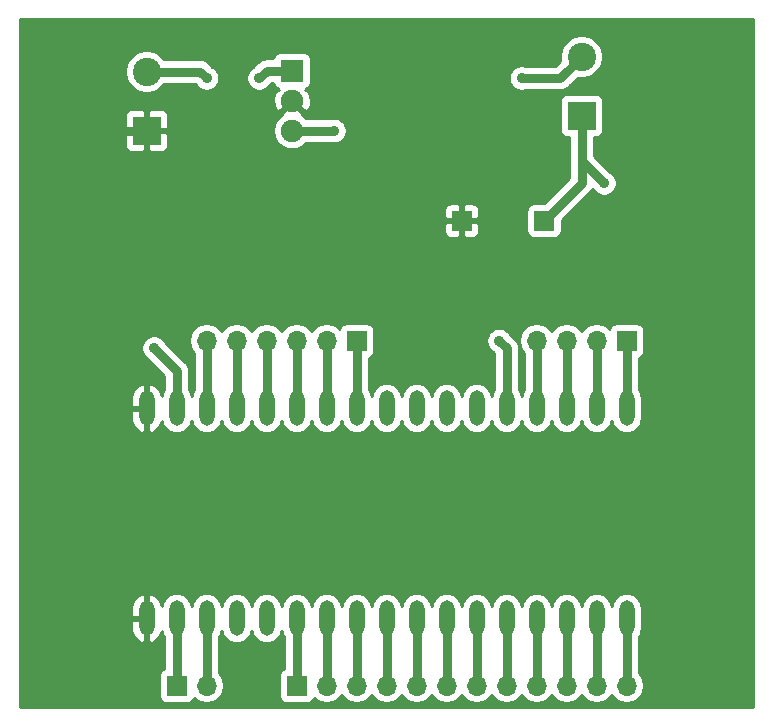
<source format=gbr>
%TF.GenerationSoftware,KiCad,Pcbnew,5.1.6*%
%TF.CreationDate,2020-09-09T09:45:08+10:00*%
%TF.ProjectId,TX,54582e6b-6963-4616-945f-706362585858,rev?*%
%TF.SameCoordinates,Original*%
%TF.FileFunction,Copper,L2,Bot*%
%TF.FilePolarity,Positive*%
%FSLAX46Y46*%
G04 Gerber Fmt 4.6, Leading zero omitted, Abs format (unit mm)*
G04 Created by KiCad (PCBNEW 5.1.6) date 2020-09-09 09:45:08*
%MOMM*%
%LPD*%
G01*
G04 APERTURE LIST*
%TA.AperFunction,ComponentPad*%
%ADD10R,2.400000X2.400000*%
%TD*%
%TA.AperFunction,ComponentPad*%
%ADD11C,2.400000*%
%TD*%
%TA.AperFunction,ComponentPad*%
%ADD12O,1.300000X3.000000*%
%TD*%
%TA.AperFunction,ComponentPad*%
%ADD13R,1.905000X1.905000*%
%TD*%
%TA.AperFunction,ComponentPad*%
%ADD14C,1.905000*%
%TD*%
%TA.AperFunction,ComponentPad*%
%ADD15R,1.700000X1.700000*%
%TD*%
%TA.AperFunction,ComponentPad*%
%ADD16O,1.700000X1.700000*%
%TD*%
%TA.AperFunction,ViaPad*%
%ADD17C,0.900000*%
%TD*%
%TA.AperFunction,Conductor*%
%ADD18C,0.800000*%
%TD*%
%TA.AperFunction,Conductor*%
%ADD19C,0.254000*%
%TD*%
G04 APERTURE END LIST*
D10*
%TO.P,Battery,1*%
%TO.N,GND*%
X134620000Y-80010000D03*
D11*
%TO.P,Battery,2*%
%TO.N,Net-(.47u1-Pad1)*%
X134620000Y-75010000D03*
%TD*%
D12*
%TO.P,STM32F103C8T6,17*%
%TO.N,GND*%
X134620000Y-103512620D03*
%TO.P,STM32F103C8T6,18*%
X134620000Y-121292620D03*
%TO.P,STM32F103C8T6,16*%
%TO.N,Net-(10u2-Pad1)*%
X137160000Y-103505000D03*
%TO.P,STM32F103C8T6,19*%
%TO.N,Net-(1x2-Pad1)*%
X137160000Y-121285000D03*
%TO.P,STM32F103C8T6,15*%
%TO.N,Net-(1x6-Pad6)*%
X139700000Y-103505000D03*
%TO.P,STM32F103C8T6,20*%
%TO.N,Net-(1x2-Pad2)*%
X139700000Y-121285000D03*
%TO.P,STM32F103C8T6,14*%
%TO.N,Net-(1x6-Pad5)*%
X142240000Y-103512620D03*
%TO.P,STM32F103C8T6,21*%
%TO.N,N/C*%
X142240000Y-121285000D03*
%TO.P,STM32F103C8T6,13*%
%TO.N,Net-(1x6-Pad4)*%
X144780000Y-103512620D03*
%TO.P,STM32F103C8T6,22*%
%TO.N,N/C*%
X144780000Y-121285000D03*
%TO.P,STM32F103C8T6,12*%
%TO.N,Net-(1x6-Pad3)*%
X147320000Y-103505000D03*
%TO.P,STM32F103C8T6,23*%
%TO.N,Net-(1x12-Pad1)*%
X147320000Y-121285000D03*
%TO.P,STM32F103C8T6,11*%
%TO.N,Net-(1x6-Pad2)*%
X149860000Y-103512620D03*
%TO.P,STM32F103C8T6,24*%
%TO.N,Net-(1x12-Pad2)*%
X149860000Y-121285000D03*
%TO.P,STM32F103C8T6,10*%
%TO.N,Net-(1x6-Pad1)*%
X152400000Y-103505000D03*
%TO.P,STM32F103C8T6,25*%
%TO.N,Net-(1x12-Pad3)*%
X152400000Y-121292620D03*
%TO.P,STM32F103C8T6,9*%
%TO.N,N/C*%
X154940000Y-103512620D03*
%TO.P,STM32F103C8T6,26*%
%TO.N,Net-(1x12-Pad4)*%
X154940000Y-121292620D03*
%TO.P,STM32F103C8T6,8*%
%TO.N,N/C*%
X157480000Y-103512620D03*
%TO.P,STM32F103C8T6,27*%
%TO.N,Net-(1x12-Pad5)*%
X157480000Y-121292620D03*
%TO.P,STM32F103C8T6,7*%
%TO.N,N/C*%
X160020000Y-103512620D03*
%TO.P,STM32F103C8T6,28*%
%TO.N,Net-(1x12-Pad6)*%
X160020000Y-121292620D03*
%TO.P,STM32F103C8T6,6*%
%TO.N,N/C*%
X162560000Y-103512620D03*
%TO.P,STM32F103C8T6,29*%
%TO.N,Net-(1x12-Pad7)*%
X162560000Y-121285000D03*
%TO.P,STM32F103C8T6,5*%
%TO.N,Net-(RB1-Pad2)*%
X165100000Y-103512620D03*
%TO.P,STM32F103C8T6,30*%
%TO.N,Net-(1x12-Pad8)*%
X165100000Y-121292620D03*
%TO.P,STM32F103C8T6,4*%
%TO.N,Net-(1x4-Pad4)*%
X167640000Y-103505000D03*
%TO.P,STM32F103C8T6,31*%
%TO.N,Net-(1x12-Pad9)*%
X167640000Y-121292620D03*
%TO.P,STM32F103C8T6,3*%
%TO.N,Net-(1x4-Pad3)*%
X170180000Y-103512620D03*
%TO.P,STM32F103C8T6,32*%
%TO.N,Net-(1x12-Pad10)*%
X170180000Y-121285000D03*
%TO.P,STM32F103C8T6,2*%
%TO.N,Net-(1x4-Pad2)*%
X172720000Y-103512620D03*
%TO.P,STM32F103C8T6,33*%
%TO.N,Net-(1x12-Pad11)*%
X172720000Y-121285000D03*
%TO.P,STM32F103C8T6,1*%
%TO.N,Net-(1x4-Pad1)*%
X175260000Y-103505000D03*
%TO.P,STM32F103C8T6,34*%
%TO.N,Net-(1x12-Pad12)*%
X175260000Y-121285000D03*
%TD*%
D13*
%TO.P,5VR,1*%
%TO.N,Net-(.47u1-Pad1)*%
X146939000Y-74930000D03*
D14*
%TO.P,5VR,2*%
%TO.N,GND*%
X146939000Y-77470000D03*
%TO.P,5VR,3*%
%TO.N,Net-(22u1-Pad1)*%
X146939000Y-80010000D03*
%TD*%
D10*
%TO.P,LED,1*%
%TO.N,Net-(LED1-Pad1)*%
X171450000Y-78740000D03*
D11*
%TO.P,LED,2*%
%TO.N,Net-(LED1-Pad2)*%
X171450000Y-73740000D03*
%TD*%
D15*
%TO.P,1x2,1*%
%TO.N,Net-(1x2-Pad1)*%
X137160000Y-127000000D03*
D16*
%TO.P,1x2,2*%
%TO.N,Net-(1x2-Pad2)*%
X139700000Y-127000000D03*
%TD*%
D15*
%TO.P,1x4,1*%
%TO.N,Net-(1x4-Pad1)*%
X175260000Y-97790000D03*
D16*
%TO.P,1x4,2*%
%TO.N,Net-(1x4-Pad2)*%
X172720000Y-97790000D03*
%TO.P,1x4,3*%
%TO.N,Net-(1x4-Pad3)*%
X170180000Y-97790000D03*
%TO.P,1x4,4*%
%TO.N,Net-(1x4-Pad4)*%
X167640000Y-97790000D03*
%TD*%
D15*
%TO.P,1x6,1*%
%TO.N,Net-(1x6-Pad1)*%
X152400000Y-97790000D03*
D16*
%TO.P,1x6,2*%
%TO.N,Net-(1x6-Pad2)*%
X149860000Y-97790000D03*
%TO.P,1x6,3*%
%TO.N,Net-(1x6-Pad3)*%
X147320000Y-97790000D03*
%TO.P,1x6,4*%
%TO.N,Net-(1x6-Pad4)*%
X144780000Y-97790000D03*
%TO.P,1x6,5*%
%TO.N,Net-(1x6-Pad5)*%
X142240000Y-97790000D03*
%TO.P,1x6,6*%
%TO.N,Net-(1x6-Pad6)*%
X139700000Y-97790000D03*
%TD*%
D15*
%TO.P,1x12,1*%
%TO.N,Net-(1x12-Pad1)*%
X147320000Y-127000000D03*
D16*
%TO.P,1x12,2*%
%TO.N,Net-(1x12-Pad2)*%
X149860000Y-127000000D03*
%TO.P,1x12,3*%
%TO.N,Net-(1x12-Pad3)*%
X152400000Y-127000000D03*
%TO.P,1x12,4*%
%TO.N,Net-(1x12-Pad4)*%
X154940000Y-127000000D03*
%TO.P,1x12,5*%
%TO.N,Net-(1x12-Pad5)*%
X157480000Y-127000000D03*
%TO.P,1x12,6*%
%TO.N,Net-(1x12-Pad6)*%
X160020000Y-127000000D03*
%TO.P,1x12,7*%
%TO.N,Net-(1x12-Pad7)*%
X162560000Y-127000000D03*
%TO.P,1x12,8*%
%TO.N,Net-(1x12-Pad8)*%
X165100000Y-127000000D03*
%TO.P,1x12,9*%
%TO.N,Net-(1x12-Pad9)*%
X167640000Y-127000000D03*
%TO.P,1x12,10*%
%TO.N,Net-(1x12-Pad10)*%
X170180000Y-127000000D03*
%TO.P,1x12,11*%
%TO.N,Net-(1x12-Pad11)*%
X172720000Y-127000000D03*
%TO.P,1x12,12*%
%TO.N,Net-(1x12-Pad12)*%
X175260000Y-127000000D03*
%TD*%
D15*
%TO.P,GND,1*%
%TO.N,GND*%
X161290000Y-87630000D03*
%TD*%
%TO.P,LED_Pin,1*%
%TO.N,Net-(LED1-Pad1)*%
X168275000Y-87630000D03*
%TD*%
D17*
%TO.N,GND*%
X126365000Y-80010000D03*
%TO.N,Net-(LED1-Pad1)*%
X173355000Y-84455000D03*
%TO.N,Net-(LED1-Pad2)*%
X166370000Y-75565000D03*
%TO.N,Net-(.47u1-Pad1)*%
X139700000Y-75565000D03*
X144145000Y-75565000D03*
%TO.N,Net-(10u2-Pad1)*%
X135255000Y-98425000D03*
%TO.N,Net-(22u1-Pad1)*%
X150495000Y-80010000D03*
%TO.N,Net-(RB1-Pad2)*%
X164465000Y-97790000D03*
%TD*%
D18*
%TO.N,GND*%
X134620000Y-80010000D02*
X126365000Y-80010000D01*
%TO.N,Net-(LED1-Pad1)*%
X171450000Y-78740000D02*
X171450000Y-82550000D01*
X171450000Y-82550000D02*
X173355000Y-84455000D01*
X171450000Y-84455000D02*
X168275000Y-87630000D01*
X171450000Y-82550000D02*
X171450000Y-84455000D01*
%TO.N,Net-(LED1-Pad2)*%
X169625000Y-75565000D02*
X171450000Y-73740000D01*
X166370000Y-75565000D02*
X169625000Y-75565000D01*
%TO.N,Net-(.47u1-Pad1)*%
X134620000Y-75010000D02*
X139145000Y-75010000D01*
X139145000Y-75010000D02*
X139700000Y-75565000D01*
X146939000Y-74930000D02*
X144780000Y-74930000D01*
X144780000Y-74930000D02*
X144145000Y-75565000D01*
%TO.N,Net-(10u2-Pad1)*%
X137160000Y-103505000D02*
X137160000Y-100330000D01*
X137160000Y-100330000D02*
X135255000Y-98425000D01*
%TO.N,Net-(22u1-Pad1)*%
X146939000Y-80010000D02*
X150495000Y-80010000D01*
%TO.N,Net-(RB1-Pad2)*%
X165100000Y-103512620D02*
X165100000Y-98425000D01*
X165100000Y-98425000D02*
X164465000Y-97790000D01*
%TO.N,Net-(1x2-Pad1)*%
X137160000Y-121285000D02*
X137160000Y-127000000D01*
%TO.N,Net-(1x2-Pad2)*%
X139700000Y-121285000D02*
X139700000Y-127000000D01*
%TO.N,Net-(1x4-Pad1)*%
X175260000Y-103505000D02*
X175260000Y-97790000D01*
%TO.N,Net-(1x4-Pad2)*%
X172720000Y-97790000D02*
X172720000Y-103512620D01*
%TO.N,Net-(1x4-Pad3)*%
X170180000Y-97790000D02*
X170180000Y-103512620D01*
%TO.N,Net-(1x4-Pad4)*%
X167640000Y-97790000D02*
X167640000Y-103505000D01*
%TO.N,Net-(1x6-Pad1)*%
X152400000Y-97790000D02*
X152400000Y-103505000D01*
%TO.N,Net-(1x6-Pad2)*%
X149860000Y-97790000D02*
X149860000Y-103512620D01*
%TO.N,Net-(1x6-Pad3)*%
X147320000Y-97790000D02*
X147320000Y-103505000D01*
%TO.N,Net-(1x6-Pad4)*%
X144780000Y-97790000D02*
X144780000Y-103512620D01*
%TO.N,Net-(1x6-Pad5)*%
X142240000Y-97790000D02*
X142240000Y-103512620D01*
%TO.N,Net-(1x6-Pad6)*%
X139700000Y-97790000D02*
X139700000Y-103505000D01*
%TO.N,Net-(1x12-Pad1)*%
X147320000Y-121285000D02*
X147320000Y-127000000D01*
%TO.N,Net-(1x12-Pad2)*%
X149860000Y-121285000D02*
X149860000Y-127000000D01*
%TO.N,Net-(1x12-Pad3)*%
X152400000Y-121292620D02*
X152400000Y-127000000D01*
%TO.N,Net-(1x12-Pad4)*%
X154940000Y-121292620D02*
X154940000Y-127000000D01*
%TO.N,Net-(1x12-Pad5)*%
X157480000Y-121292620D02*
X157480000Y-127000000D01*
%TO.N,Net-(1x12-Pad6)*%
X160020000Y-121292620D02*
X160020000Y-127000000D01*
%TO.N,Net-(1x12-Pad7)*%
X162560000Y-121285000D02*
X162560000Y-127000000D01*
%TO.N,Net-(1x12-Pad8)*%
X165100000Y-121292620D02*
X165100000Y-127000000D01*
%TO.N,Net-(1x12-Pad9)*%
X167640000Y-121292620D02*
X167640000Y-127000000D01*
%TO.N,Net-(1x12-Pad10)*%
X170180000Y-121285000D02*
X170180000Y-127000000D01*
%TO.N,Net-(1x12-Pad11)*%
X172720000Y-121285000D02*
X172720000Y-127000000D01*
%TO.N,Net-(1x12-Pad12)*%
X175260000Y-121285000D02*
X175260000Y-127000000D01*
%TD*%
D19*
%TO.N,GND*%
G36*
X185980000Y-123155123D02*
G01*
X185980000Y-123155124D01*
X185980001Y-128830000D01*
X123900000Y-128830000D01*
X123900000Y-121419620D01*
X133335000Y-121419620D01*
X133335000Y-122269620D01*
X133384467Y-122517871D01*
X133481415Y-122751701D01*
X133622118Y-122962125D01*
X133801170Y-123141056D01*
X134011689Y-123281617D01*
X134245585Y-123378407D01*
X134294529Y-123385719D01*
X134493000Y-123261687D01*
X134493000Y-121419620D01*
X133335000Y-121419620D01*
X123900000Y-121419620D01*
X123900000Y-120315620D01*
X133335000Y-120315620D01*
X133335000Y-121165620D01*
X134493000Y-121165620D01*
X134493000Y-119323553D01*
X134747000Y-119323553D01*
X134747000Y-121165620D01*
X134767000Y-121165620D01*
X134767000Y-121419620D01*
X134747000Y-121419620D01*
X134747000Y-123261687D01*
X134945471Y-123385719D01*
X134994415Y-123378407D01*
X135228311Y-123281617D01*
X135438830Y-123141056D01*
X135617882Y-122962125D01*
X135758585Y-122751701D01*
X135855533Y-122517871D01*
X135889636Y-122346725D01*
X135893593Y-122386903D01*
X135967071Y-122629126D01*
X136086392Y-122852361D01*
X136125000Y-122899405D01*
X136125001Y-125542546D01*
X136065820Y-125560498D01*
X135955506Y-125619463D01*
X135858815Y-125698815D01*
X135779463Y-125795506D01*
X135720498Y-125905820D01*
X135684188Y-126025518D01*
X135671928Y-126150000D01*
X135671928Y-127850000D01*
X135684188Y-127974482D01*
X135720498Y-128094180D01*
X135779463Y-128204494D01*
X135858815Y-128301185D01*
X135955506Y-128380537D01*
X136065820Y-128439502D01*
X136185518Y-128475812D01*
X136310000Y-128488072D01*
X138010000Y-128488072D01*
X138134482Y-128475812D01*
X138254180Y-128439502D01*
X138364494Y-128380537D01*
X138461185Y-128301185D01*
X138540537Y-128204494D01*
X138599502Y-128094180D01*
X138621513Y-128021620D01*
X138753368Y-128153475D01*
X138996589Y-128315990D01*
X139266842Y-128427932D01*
X139553740Y-128485000D01*
X139846260Y-128485000D01*
X140133158Y-128427932D01*
X140403411Y-128315990D01*
X140646632Y-128153475D01*
X140853475Y-127946632D01*
X141015990Y-127703411D01*
X141127932Y-127433158D01*
X141185000Y-127146260D01*
X141185000Y-126853740D01*
X141127932Y-126566842D01*
X141015990Y-126296589D01*
X140853475Y-126053368D01*
X140735000Y-125934893D01*
X140735000Y-122899406D01*
X140773608Y-122852362D01*
X140892929Y-122629127D01*
X140966407Y-122386904D01*
X140970000Y-122350423D01*
X140973593Y-122386903D01*
X141047071Y-122629126D01*
X141166392Y-122852361D01*
X141326972Y-123048028D01*
X141522638Y-123208608D01*
X141745873Y-123327929D01*
X141988096Y-123401407D01*
X142240000Y-123426217D01*
X142491903Y-123401407D01*
X142734126Y-123327929D01*
X142957361Y-123208608D01*
X143153028Y-123048028D01*
X143313608Y-122852362D01*
X143432929Y-122629127D01*
X143506407Y-122386904D01*
X143510000Y-122350423D01*
X143513593Y-122386903D01*
X143587071Y-122629126D01*
X143706392Y-122852361D01*
X143866972Y-123048028D01*
X144062638Y-123208608D01*
X144285873Y-123327929D01*
X144528096Y-123401407D01*
X144780000Y-123426217D01*
X145031903Y-123401407D01*
X145274126Y-123327929D01*
X145497361Y-123208608D01*
X145693028Y-123048028D01*
X145853608Y-122852362D01*
X145972929Y-122629127D01*
X146046407Y-122386904D01*
X146050000Y-122350423D01*
X146053593Y-122386903D01*
X146127071Y-122629126D01*
X146246392Y-122852361D01*
X146285000Y-122899405D01*
X146285001Y-125542546D01*
X146225820Y-125560498D01*
X146115506Y-125619463D01*
X146018815Y-125698815D01*
X145939463Y-125795506D01*
X145880498Y-125905820D01*
X145844188Y-126025518D01*
X145831928Y-126150000D01*
X145831928Y-127850000D01*
X145844188Y-127974482D01*
X145880498Y-128094180D01*
X145939463Y-128204494D01*
X146018815Y-128301185D01*
X146115506Y-128380537D01*
X146225820Y-128439502D01*
X146345518Y-128475812D01*
X146470000Y-128488072D01*
X148170000Y-128488072D01*
X148294482Y-128475812D01*
X148414180Y-128439502D01*
X148524494Y-128380537D01*
X148621185Y-128301185D01*
X148700537Y-128204494D01*
X148759502Y-128094180D01*
X148781513Y-128021620D01*
X148913368Y-128153475D01*
X149156589Y-128315990D01*
X149426842Y-128427932D01*
X149713740Y-128485000D01*
X150006260Y-128485000D01*
X150293158Y-128427932D01*
X150563411Y-128315990D01*
X150806632Y-128153475D01*
X151013475Y-127946632D01*
X151130000Y-127772240D01*
X151246525Y-127946632D01*
X151453368Y-128153475D01*
X151696589Y-128315990D01*
X151966842Y-128427932D01*
X152253740Y-128485000D01*
X152546260Y-128485000D01*
X152833158Y-128427932D01*
X153103411Y-128315990D01*
X153346632Y-128153475D01*
X153553475Y-127946632D01*
X153670000Y-127772240D01*
X153786525Y-127946632D01*
X153993368Y-128153475D01*
X154236589Y-128315990D01*
X154506842Y-128427932D01*
X154793740Y-128485000D01*
X155086260Y-128485000D01*
X155373158Y-128427932D01*
X155643411Y-128315990D01*
X155886632Y-128153475D01*
X156093475Y-127946632D01*
X156210000Y-127772240D01*
X156326525Y-127946632D01*
X156533368Y-128153475D01*
X156776589Y-128315990D01*
X157046842Y-128427932D01*
X157333740Y-128485000D01*
X157626260Y-128485000D01*
X157913158Y-128427932D01*
X158183411Y-128315990D01*
X158426632Y-128153475D01*
X158633475Y-127946632D01*
X158750000Y-127772240D01*
X158866525Y-127946632D01*
X159073368Y-128153475D01*
X159316589Y-128315990D01*
X159586842Y-128427932D01*
X159873740Y-128485000D01*
X160166260Y-128485000D01*
X160453158Y-128427932D01*
X160723411Y-128315990D01*
X160966632Y-128153475D01*
X161173475Y-127946632D01*
X161290000Y-127772240D01*
X161406525Y-127946632D01*
X161613368Y-128153475D01*
X161856589Y-128315990D01*
X162126842Y-128427932D01*
X162413740Y-128485000D01*
X162706260Y-128485000D01*
X162993158Y-128427932D01*
X163263411Y-128315990D01*
X163506632Y-128153475D01*
X163713475Y-127946632D01*
X163830000Y-127772240D01*
X163946525Y-127946632D01*
X164153368Y-128153475D01*
X164396589Y-128315990D01*
X164666842Y-128427932D01*
X164953740Y-128485000D01*
X165246260Y-128485000D01*
X165533158Y-128427932D01*
X165803411Y-128315990D01*
X166046632Y-128153475D01*
X166253475Y-127946632D01*
X166370000Y-127772240D01*
X166486525Y-127946632D01*
X166693368Y-128153475D01*
X166936589Y-128315990D01*
X167206842Y-128427932D01*
X167493740Y-128485000D01*
X167786260Y-128485000D01*
X168073158Y-128427932D01*
X168343411Y-128315990D01*
X168586632Y-128153475D01*
X168793475Y-127946632D01*
X168910000Y-127772240D01*
X169026525Y-127946632D01*
X169233368Y-128153475D01*
X169476589Y-128315990D01*
X169746842Y-128427932D01*
X170033740Y-128485000D01*
X170326260Y-128485000D01*
X170613158Y-128427932D01*
X170883411Y-128315990D01*
X171126632Y-128153475D01*
X171333475Y-127946632D01*
X171450000Y-127772240D01*
X171566525Y-127946632D01*
X171773368Y-128153475D01*
X172016589Y-128315990D01*
X172286842Y-128427932D01*
X172573740Y-128485000D01*
X172866260Y-128485000D01*
X173153158Y-128427932D01*
X173423411Y-128315990D01*
X173666632Y-128153475D01*
X173873475Y-127946632D01*
X173990000Y-127772240D01*
X174106525Y-127946632D01*
X174313368Y-128153475D01*
X174556589Y-128315990D01*
X174826842Y-128427932D01*
X175113740Y-128485000D01*
X175406260Y-128485000D01*
X175693158Y-128427932D01*
X175963411Y-128315990D01*
X176206632Y-128153475D01*
X176413475Y-127946632D01*
X176575990Y-127703411D01*
X176687932Y-127433158D01*
X176745000Y-127146260D01*
X176745000Y-126853740D01*
X176687932Y-126566842D01*
X176575990Y-126296589D01*
X176413475Y-126053368D01*
X176295000Y-125934893D01*
X176295000Y-122899406D01*
X176333608Y-122852362D01*
X176452929Y-122629127D01*
X176526407Y-122386904D01*
X176545000Y-122198123D01*
X176545000Y-120371877D01*
X176526407Y-120183096D01*
X176452929Y-119940873D01*
X176333608Y-119717638D01*
X176173028Y-119521972D01*
X175977362Y-119361392D01*
X175754127Y-119242071D01*
X175511904Y-119168593D01*
X175260000Y-119143783D01*
X175008097Y-119168593D01*
X174765874Y-119242071D01*
X174542639Y-119361392D01*
X174346973Y-119521972D01*
X174186393Y-119717638D01*
X174067072Y-119940873D01*
X173993594Y-120183096D01*
X173990000Y-120219581D01*
X173986407Y-120183096D01*
X173912929Y-119940873D01*
X173793608Y-119717638D01*
X173633028Y-119521972D01*
X173437362Y-119361392D01*
X173214127Y-119242071D01*
X172971904Y-119168593D01*
X172720000Y-119143783D01*
X172468097Y-119168593D01*
X172225874Y-119242071D01*
X172002639Y-119361392D01*
X171806973Y-119521972D01*
X171646393Y-119717638D01*
X171527072Y-119940873D01*
X171453594Y-120183096D01*
X171450000Y-120219581D01*
X171446407Y-120183096D01*
X171372929Y-119940873D01*
X171253608Y-119717638D01*
X171093028Y-119521972D01*
X170897362Y-119361392D01*
X170674127Y-119242071D01*
X170431904Y-119168593D01*
X170180000Y-119143783D01*
X169928097Y-119168593D01*
X169685874Y-119242071D01*
X169462639Y-119361392D01*
X169266973Y-119521972D01*
X169106393Y-119717638D01*
X168987072Y-119940873D01*
X168913594Y-120183096D01*
X168909625Y-120223391D01*
X168906407Y-120190716D01*
X168832929Y-119948493D01*
X168713608Y-119725258D01*
X168553028Y-119529592D01*
X168357362Y-119369012D01*
X168134127Y-119249691D01*
X167891904Y-119176213D01*
X167640000Y-119151403D01*
X167388097Y-119176213D01*
X167145874Y-119249691D01*
X166922639Y-119369012D01*
X166726973Y-119529592D01*
X166566393Y-119725258D01*
X166447072Y-119948493D01*
X166373594Y-120190716D01*
X166370000Y-120227201D01*
X166366407Y-120190716D01*
X166292929Y-119948493D01*
X166173608Y-119725258D01*
X166013028Y-119529592D01*
X165817362Y-119369012D01*
X165594127Y-119249691D01*
X165351904Y-119176213D01*
X165100000Y-119151403D01*
X164848097Y-119176213D01*
X164605874Y-119249691D01*
X164382639Y-119369012D01*
X164186973Y-119529592D01*
X164026393Y-119725258D01*
X163907072Y-119948493D01*
X163833594Y-120190716D01*
X163830376Y-120223391D01*
X163826407Y-120183096D01*
X163752929Y-119940873D01*
X163633608Y-119717638D01*
X163473028Y-119521972D01*
X163277362Y-119361392D01*
X163054127Y-119242071D01*
X162811904Y-119168593D01*
X162560000Y-119143783D01*
X162308097Y-119168593D01*
X162065874Y-119242071D01*
X161842639Y-119361392D01*
X161646973Y-119521972D01*
X161486393Y-119717638D01*
X161367072Y-119940873D01*
X161293594Y-120183096D01*
X161289625Y-120223391D01*
X161286407Y-120190716D01*
X161212929Y-119948493D01*
X161093608Y-119725258D01*
X160933028Y-119529592D01*
X160737362Y-119369012D01*
X160514127Y-119249691D01*
X160271904Y-119176213D01*
X160020000Y-119151403D01*
X159768097Y-119176213D01*
X159525874Y-119249691D01*
X159302639Y-119369012D01*
X159106973Y-119529592D01*
X158946393Y-119725258D01*
X158827072Y-119948493D01*
X158753594Y-120190716D01*
X158750000Y-120227201D01*
X158746407Y-120190716D01*
X158672929Y-119948493D01*
X158553608Y-119725258D01*
X158393028Y-119529592D01*
X158197362Y-119369012D01*
X157974127Y-119249691D01*
X157731904Y-119176213D01*
X157480000Y-119151403D01*
X157228097Y-119176213D01*
X156985874Y-119249691D01*
X156762639Y-119369012D01*
X156566973Y-119529592D01*
X156406393Y-119725258D01*
X156287072Y-119948493D01*
X156213594Y-120190716D01*
X156210000Y-120227201D01*
X156206407Y-120190716D01*
X156132929Y-119948493D01*
X156013608Y-119725258D01*
X155853028Y-119529592D01*
X155657362Y-119369012D01*
X155434127Y-119249691D01*
X155191904Y-119176213D01*
X154940000Y-119151403D01*
X154688097Y-119176213D01*
X154445874Y-119249691D01*
X154222639Y-119369012D01*
X154026973Y-119529592D01*
X153866393Y-119725258D01*
X153747072Y-119948493D01*
X153673594Y-120190716D01*
X153670000Y-120227201D01*
X153666407Y-120190716D01*
X153592929Y-119948493D01*
X153473608Y-119725258D01*
X153313028Y-119529592D01*
X153117362Y-119369012D01*
X152894127Y-119249691D01*
X152651904Y-119176213D01*
X152400000Y-119151403D01*
X152148097Y-119176213D01*
X151905874Y-119249691D01*
X151682639Y-119369012D01*
X151486973Y-119529592D01*
X151326393Y-119725258D01*
X151207072Y-119948493D01*
X151133594Y-120190716D01*
X151130376Y-120223391D01*
X151126407Y-120183096D01*
X151052929Y-119940873D01*
X150933608Y-119717638D01*
X150773028Y-119521972D01*
X150577362Y-119361392D01*
X150354127Y-119242071D01*
X150111904Y-119168593D01*
X149860000Y-119143783D01*
X149608097Y-119168593D01*
X149365874Y-119242071D01*
X149142639Y-119361392D01*
X148946973Y-119521972D01*
X148786393Y-119717638D01*
X148667072Y-119940873D01*
X148593594Y-120183096D01*
X148590000Y-120219581D01*
X148586407Y-120183096D01*
X148512929Y-119940873D01*
X148393608Y-119717638D01*
X148233028Y-119521972D01*
X148037362Y-119361392D01*
X147814127Y-119242071D01*
X147571904Y-119168593D01*
X147320000Y-119143783D01*
X147068097Y-119168593D01*
X146825874Y-119242071D01*
X146602639Y-119361392D01*
X146406973Y-119521972D01*
X146246393Y-119717638D01*
X146127072Y-119940873D01*
X146053594Y-120183096D01*
X146050000Y-120219581D01*
X146046407Y-120183096D01*
X145972929Y-119940873D01*
X145853608Y-119717638D01*
X145693028Y-119521972D01*
X145497362Y-119361392D01*
X145274127Y-119242071D01*
X145031904Y-119168593D01*
X144780000Y-119143783D01*
X144528097Y-119168593D01*
X144285874Y-119242071D01*
X144062639Y-119361392D01*
X143866973Y-119521972D01*
X143706393Y-119717638D01*
X143587072Y-119940873D01*
X143513594Y-120183096D01*
X143510000Y-120219581D01*
X143506407Y-120183096D01*
X143432929Y-119940873D01*
X143313608Y-119717638D01*
X143153028Y-119521972D01*
X142957362Y-119361392D01*
X142734127Y-119242071D01*
X142491904Y-119168593D01*
X142240000Y-119143783D01*
X141988097Y-119168593D01*
X141745874Y-119242071D01*
X141522639Y-119361392D01*
X141326973Y-119521972D01*
X141166393Y-119717638D01*
X141047072Y-119940873D01*
X140973594Y-120183096D01*
X140970000Y-120219581D01*
X140966407Y-120183096D01*
X140892929Y-119940873D01*
X140773608Y-119717638D01*
X140613028Y-119521972D01*
X140417362Y-119361392D01*
X140194127Y-119242071D01*
X139951904Y-119168593D01*
X139700000Y-119143783D01*
X139448097Y-119168593D01*
X139205874Y-119242071D01*
X138982639Y-119361392D01*
X138786973Y-119521972D01*
X138626393Y-119717638D01*
X138507072Y-119940873D01*
X138433594Y-120183096D01*
X138430000Y-120219581D01*
X138426407Y-120183096D01*
X138352929Y-119940873D01*
X138233608Y-119717638D01*
X138073028Y-119521972D01*
X137877362Y-119361392D01*
X137654127Y-119242071D01*
X137411904Y-119168593D01*
X137160000Y-119143783D01*
X136908097Y-119168593D01*
X136665874Y-119242071D01*
X136442639Y-119361392D01*
X136246973Y-119521972D01*
X136086393Y-119717638D01*
X135967072Y-119940873D01*
X135893594Y-120183096D01*
X135888632Y-120233476D01*
X135855533Y-120067369D01*
X135758585Y-119833539D01*
X135617882Y-119623115D01*
X135438830Y-119444184D01*
X135228311Y-119303623D01*
X134994415Y-119206833D01*
X134945471Y-119199521D01*
X134747000Y-119323553D01*
X134493000Y-119323553D01*
X134294529Y-119199521D01*
X134245585Y-119206833D01*
X134011689Y-119303623D01*
X133801170Y-119444184D01*
X133622118Y-119623115D01*
X133481415Y-119833539D01*
X133384467Y-120067369D01*
X133335000Y-120315620D01*
X123900000Y-120315620D01*
X123900000Y-103639620D01*
X133335000Y-103639620D01*
X133335000Y-104489620D01*
X133384467Y-104737871D01*
X133481415Y-104971701D01*
X133622118Y-105182125D01*
X133801170Y-105361056D01*
X134011689Y-105501617D01*
X134245585Y-105598407D01*
X134294529Y-105605719D01*
X134493000Y-105481687D01*
X134493000Y-103639620D01*
X133335000Y-103639620D01*
X123900000Y-103639620D01*
X123900000Y-102535620D01*
X133335000Y-102535620D01*
X133335000Y-103385620D01*
X134493000Y-103385620D01*
X134493000Y-101543553D01*
X134294529Y-101419521D01*
X134245585Y-101426833D01*
X134011689Y-101523623D01*
X133801170Y-101664184D01*
X133622118Y-101843115D01*
X133481415Y-102053539D01*
X133384467Y-102287369D01*
X133335000Y-102535620D01*
X123900000Y-102535620D01*
X123900000Y-98318137D01*
X134170000Y-98318137D01*
X134170000Y-98531863D01*
X134211696Y-98741483D01*
X134293485Y-98938940D01*
X134412225Y-99116647D01*
X134563353Y-99267775D01*
X134741060Y-99386515D01*
X134761110Y-99394820D01*
X136125001Y-100758712D01*
X136125001Y-101890595D01*
X136086393Y-101937638D01*
X135967072Y-102160873D01*
X135893594Y-102403096D01*
X135888632Y-102453476D01*
X135855533Y-102287369D01*
X135758585Y-102053539D01*
X135617882Y-101843115D01*
X135438830Y-101664184D01*
X135228311Y-101523623D01*
X134994415Y-101426833D01*
X134945471Y-101419521D01*
X134747000Y-101543553D01*
X134747000Y-103385620D01*
X134767000Y-103385620D01*
X134767000Y-103639620D01*
X134747000Y-103639620D01*
X134747000Y-105481687D01*
X134945471Y-105605719D01*
X134994415Y-105598407D01*
X135228311Y-105501617D01*
X135438830Y-105361056D01*
X135617882Y-105182125D01*
X135758585Y-104971701D01*
X135855533Y-104737871D01*
X135889636Y-104566725D01*
X135893593Y-104606903D01*
X135967071Y-104849126D01*
X136086392Y-105072361D01*
X136246972Y-105268028D01*
X136442638Y-105428608D01*
X136665873Y-105547929D01*
X136908096Y-105621407D01*
X137160000Y-105646217D01*
X137411903Y-105621407D01*
X137654126Y-105547929D01*
X137877361Y-105428608D01*
X138073028Y-105268028D01*
X138233608Y-105072362D01*
X138352929Y-104849127D01*
X138426407Y-104606904D01*
X138430000Y-104570423D01*
X138433593Y-104606903D01*
X138507071Y-104849126D01*
X138626392Y-105072361D01*
X138786972Y-105268028D01*
X138982638Y-105428608D01*
X139205873Y-105547929D01*
X139448096Y-105621407D01*
X139700000Y-105646217D01*
X139951903Y-105621407D01*
X140194126Y-105547929D01*
X140417361Y-105428608D01*
X140613028Y-105268028D01*
X140773608Y-105072362D01*
X140892929Y-104849127D01*
X140966407Y-104606904D01*
X140969625Y-104574233D01*
X140973593Y-104614523D01*
X141047071Y-104856746D01*
X141166392Y-105079981D01*
X141326972Y-105275648D01*
X141522638Y-105436228D01*
X141745873Y-105555549D01*
X141988096Y-105629027D01*
X142240000Y-105653837D01*
X142491903Y-105629027D01*
X142734126Y-105555549D01*
X142957361Y-105436228D01*
X143153028Y-105275648D01*
X143313608Y-105079982D01*
X143432929Y-104856747D01*
X143506407Y-104614524D01*
X143510000Y-104578043D01*
X143513593Y-104614523D01*
X143587071Y-104856746D01*
X143706392Y-105079981D01*
X143866972Y-105275648D01*
X144062638Y-105436228D01*
X144285873Y-105555549D01*
X144528096Y-105629027D01*
X144780000Y-105653837D01*
X145031903Y-105629027D01*
X145274126Y-105555549D01*
X145497361Y-105436228D01*
X145693028Y-105275648D01*
X145853608Y-105079982D01*
X145972929Y-104856747D01*
X146046407Y-104614524D01*
X146050375Y-104574233D01*
X146053593Y-104606903D01*
X146127071Y-104849126D01*
X146246392Y-105072361D01*
X146406972Y-105268028D01*
X146602638Y-105428608D01*
X146825873Y-105547929D01*
X147068096Y-105621407D01*
X147320000Y-105646217D01*
X147571903Y-105621407D01*
X147814126Y-105547929D01*
X148037361Y-105428608D01*
X148233028Y-105268028D01*
X148393608Y-105072362D01*
X148512929Y-104849127D01*
X148586407Y-104606904D01*
X148589625Y-104574233D01*
X148593593Y-104614523D01*
X148667071Y-104856746D01*
X148786392Y-105079981D01*
X148946972Y-105275648D01*
X149142638Y-105436228D01*
X149365873Y-105555549D01*
X149608096Y-105629027D01*
X149860000Y-105653837D01*
X150111903Y-105629027D01*
X150354126Y-105555549D01*
X150577361Y-105436228D01*
X150773028Y-105275648D01*
X150933608Y-105079982D01*
X151052929Y-104856747D01*
X151126407Y-104614524D01*
X151130375Y-104574233D01*
X151133593Y-104606903D01*
X151207071Y-104849126D01*
X151326392Y-105072361D01*
X151486972Y-105268028D01*
X151682638Y-105428608D01*
X151905873Y-105547929D01*
X152148096Y-105621407D01*
X152400000Y-105646217D01*
X152651903Y-105621407D01*
X152894126Y-105547929D01*
X153117361Y-105428608D01*
X153313028Y-105268028D01*
X153473608Y-105072362D01*
X153592929Y-104849127D01*
X153666407Y-104606904D01*
X153669625Y-104574233D01*
X153673593Y-104614523D01*
X153747071Y-104856746D01*
X153866392Y-105079981D01*
X154026972Y-105275648D01*
X154222638Y-105436228D01*
X154445873Y-105555549D01*
X154688096Y-105629027D01*
X154940000Y-105653837D01*
X155191903Y-105629027D01*
X155434126Y-105555549D01*
X155657361Y-105436228D01*
X155853028Y-105275648D01*
X156013608Y-105079982D01*
X156132929Y-104856747D01*
X156206407Y-104614524D01*
X156210000Y-104578043D01*
X156213593Y-104614523D01*
X156287071Y-104856746D01*
X156406392Y-105079981D01*
X156566972Y-105275648D01*
X156762638Y-105436228D01*
X156985873Y-105555549D01*
X157228096Y-105629027D01*
X157480000Y-105653837D01*
X157731903Y-105629027D01*
X157974126Y-105555549D01*
X158197361Y-105436228D01*
X158393028Y-105275648D01*
X158553608Y-105079982D01*
X158672929Y-104856747D01*
X158746407Y-104614524D01*
X158750000Y-104578043D01*
X158753593Y-104614523D01*
X158827071Y-104856746D01*
X158946392Y-105079981D01*
X159106972Y-105275648D01*
X159302638Y-105436228D01*
X159525873Y-105555549D01*
X159768096Y-105629027D01*
X160020000Y-105653837D01*
X160271903Y-105629027D01*
X160514126Y-105555549D01*
X160737361Y-105436228D01*
X160933028Y-105275648D01*
X161093608Y-105079982D01*
X161212929Y-104856747D01*
X161286407Y-104614524D01*
X161290000Y-104578043D01*
X161293593Y-104614523D01*
X161367071Y-104856746D01*
X161486392Y-105079981D01*
X161646972Y-105275648D01*
X161842638Y-105436228D01*
X162065873Y-105555549D01*
X162308096Y-105629027D01*
X162560000Y-105653837D01*
X162811903Y-105629027D01*
X163054126Y-105555549D01*
X163277361Y-105436228D01*
X163473028Y-105275648D01*
X163633608Y-105079982D01*
X163752929Y-104856747D01*
X163826407Y-104614524D01*
X163830000Y-104578043D01*
X163833593Y-104614523D01*
X163907071Y-104856746D01*
X164026392Y-105079981D01*
X164186972Y-105275648D01*
X164382638Y-105436228D01*
X164605873Y-105555549D01*
X164848096Y-105629027D01*
X165100000Y-105653837D01*
X165351903Y-105629027D01*
X165594126Y-105555549D01*
X165817361Y-105436228D01*
X166013028Y-105275648D01*
X166173608Y-105079982D01*
X166292929Y-104856747D01*
X166366407Y-104614524D01*
X166370375Y-104574233D01*
X166373593Y-104606903D01*
X166447071Y-104849126D01*
X166566392Y-105072361D01*
X166726972Y-105268028D01*
X166922638Y-105428608D01*
X167145873Y-105547929D01*
X167388096Y-105621407D01*
X167640000Y-105646217D01*
X167891903Y-105621407D01*
X168134126Y-105547929D01*
X168357361Y-105428608D01*
X168553028Y-105268028D01*
X168713608Y-105072362D01*
X168832929Y-104849127D01*
X168906407Y-104606904D01*
X168909625Y-104574233D01*
X168913593Y-104614523D01*
X168987071Y-104856746D01*
X169106392Y-105079981D01*
X169266972Y-105275648D01*
X169462638Y-105436228D01*
X169685873Y-105555549D01*
X169928096Y-105629027D01*
X170180000Y-105653837D01*
X170431903Y-105629027D01*
X170674126Y-105555549D01*
X170897361Y-105436228D01*
X171093028Y-105275648D01*
X171253608Y-105079982D01*
X171372929Y-104856747D01*
X171446407Y-104614524D01*
X171450000Y-104578043D01*
X171453593Y-104614523D01*
X171527071Y-104856746D01*
X171646392Y-105079981D01*
X171806972Y-105275648D01*
X172002638Y-105436228D01*
X172225873Y-105555549D01*
X172468096Y-105629027D01*
X172720000Y-105653837D01*
X172971903Y-105629027D01*
X173214126Y-105555549D01*
X173437361Y-105436228D01*
X173633028Y-105275648D01*
X173793608Y-105079982D01*
X173912929Y-104856747D01*
X173986407Y-104614524D01*
X173990375Y-104574233D01*
X173993593Y-104606903D01*
X174067071Y-104849126D01*
X174186392Y-105072361D01*
X174346972Y-105268028D01*
X174542638Y-105428608D01*
X174765873Y-105547929D01*
X175008096Y-105621407D01*
X175260000Y-105646217D01*
X175511903Y-105621407D01*
X175754126Y-105547929D01*
X175977361Y-105428608D01*
X176173028Y-105268028D01*
X176333608Y-105072362D01*
X176452929Y-104849127D01*
X176526407Y-104606904D01*
X176545000Y-104418123D01*
X176545000Y-102591877D01*
X176526407Y-102403096D01*
X176452929Y-102160873D01*
X176333608Y-101937638D01*
X176295000Y-101890594D01*
X176295000Y-99247454D01*
X176354180Y-99229502D01*
X176464494Y-99170537D01*
X176561185Y-99091185D01*
X176640537Y-98994494D01*
X176699502Y-98884180D01*
X176735812Y-98764482D01*
X176748072Y-98640000D01*
X176748072Y-96940000D01*
X176735812Y-96815518D01*
X176699502Y-96695820D01*
X176640537Y-96585506D01*
X176561185Y-96488815D01*
X176464494Y-96409463D01*
X176354180Y-96350498D01*
X176234482Y-96314188D01*
X176110000Y-96301928D01*
X174410000Y-96301928D01*
X174285518Y-96314188D01*
X174165820Y-96350498D01*
X174055506Y-96409463D01*
X173958815Y-96488815D01*
X173879463Y-96585506D01*
X173820498Y-96695820D01*
X173798487Y-96768380D01*
X173666632Y-96636525D01*
X173423411Y-96474010D01*
X173153158Y-96362068D01*
X172866260Y-96305000D01*
X172573740Y-96305000D01*
X172286842Y-96362068D01*
X172016589Y-96474010D01*
X171773368Y-96636525D01*
X171566525Y-96843368D01*
X171450000Y-97017760D01*
X171333475Y-96843368D01*
X171126632Y-96636525D01*
X170883411Y-96474010D01*
X170613158Y-96362068D01*
X170326260Y-96305000D01*
X170033740Y-96305000D01*
X169746842Y-96362068D01*
X169476589Y-96474010D01*
X169233368Y-96636525D01*
X169026525Y-96843368D01*
X168910000Y-97017760D01*
X168793475Y-96843368D01*
X168586632Y-96636525D01*
X168343411Y-96474010D01*
X168073158Y-96362068D01*
X167786260Y-96305000D01*
X167493740Y-96305000D01*
X167206842Y-96362068D01*
X166936589Y-96474010D01*
X166693368Y-96636525D01*
X166486525Y-96843368D01*
X166324010Y-97086589D01*
X166212068Y-97356842D01*
X166155000Y-97643740D01*
X166155000Y-97936260D01*
X166212068Y-98223158D01*
X166324010Y-98493411D01*
X166486525Y-98736632D01*
X166605000Y-98855107D01*
X166605001Y-101890595D01*
X166566393Y-101937638D01*
X166447072Y-102160873D01*
X166373594Y-102403096D01*
X166369625Y-102443391D01*
X166366407Y-102410716D01*
X166292929Y-102168493D01*
X166173608Y-101945258D01*
X166135000Y-101898214D01*
X166135000Y-98475835D01*
X166140007Y-98425000D01*
X166129482Y-98318137D01*
X166120024Y-98222105D01*
X166060841Y-98027007D01*
X166060841Y-98027006D01*
X165964734Y-97847202D01*
X165913942Y-97785313D01*
X165835396Y-97689604D01*
X165795903Y-97657193D01*
X165434820Y-97296110D01*
X165426515Y-97276060D01*
X165307775Y-97098353D01*
X165156647Y-96947225D01*
X164978940Y-96828485D01*
X164781483Y-96746696D01*
X164571863Y-96705000D01*
X164358137Y-96705000D01*
X164148517Y-96746696D01*
X163951060Y-96828485D01*
X163773353Y-96947225D01*
X163622225Y-97098353D01*
X163503485Y-97276060D01*
X163421696Y-97473517D01*
X163380000Y-97683137D01*
X163380000Y-97896863D01*
X163421696Y-98106483D01*
X163503485Y-98303940D01*
X163622225Y-98481647D01*
X163773353Y-98632775D01*
X163951060Y-98751515D01*
X163971110Y-98759820D01*
X164065001Y-98853711D01*
X164065000Y-101898215D01*
X164026393Y-101945258D01*
X163907072Y-102168493D01*
X163833594Y-102410716D01*
X163830000Y-102447201D01*
X163826407Y-102410716D01*
X163752929Y-102168493D01*
X163633608Y-101945258D01*
X163473028Y-101749592D01*
X163277362Y-101589012D01*
X163054127Y-101469691D01*
X162811904Y-101396213D01*
X162560000Y-101371403D01*
X162308097Y-101396213D01*
X162065874Y-101469691D01*
X161842639Y-101589012D01*
X161646973Y-101749592D01*
X161486393Y-101945258D01*
X161367072Y-102168493D01*
X161293594Y-102410716D01*
X161290000Y-102447201D01*
X161286407Y-102410716D01*
X161212929Y-102168493D01*
X161093608Y-101945258D01*
X160933028Y-101749592D01*
X160737362Y-101589012D01*
X160514127Y-101469691D01*
X160271904Y-101396213D01*
X160020000Y-101371403D01*
X159768097Y-101396213D01*
X159525874Y-101469691D01*
X159302639Y-101589012D01*
X159106973Y-101749592D01*
X158946393Y-101945258D01*
X158827072Y-102168493D01*
X158753594Y-102410716D01*
X158750000Y-102447201D01*
X158746407Y-102410716D01*
X158672929Y-102168493D01*
X158553608Y-101945258D01*
X158393028Y-101749592D01*
X158197362Y-101589012D01*
X157974127Y-101469691D01*
X157731904Y-101396213D01*
X157480000Y-101371403D01*
X157228097Y-101396213D01*
X156985874Y-101469691D01*
X156762639Y-101589012D01*
X156566973Y-101749592D01*
X156406393Y-101945258D01*
X156287072Y-102168493D01*
X156213594Y-102410716D01*
X156210000Y-102447201D01*
X156206407Y-102410716D01*
X156132929Y-102168493D01*
X156013608Y-101945258D01*
X155853028Y-101749592D01*
X155657362Y-101589012D01*
X155434127Y-101469691D01*
X155191904Y-101396213D01*
X154940000Y-101371403D01*
X154688097Y-101396213D01*
X154445874Y-101469691D01*
X154222639Y-101589012D01*
X154026973Y-101749592D01*
X153866393Y-101945258D01*
X153747072Y-102168493D01*
X153673594Y-102410716D01*
X153670376Y-102443391D01*
X153666407Y-102403096D01*
X153592929Y-102160873D01*
X153473608Y-101937638D01*
X153435000Y-101890594D01*
X153435000Y-99247454D01*
X153494180Y-99229502D01*
X153604494Y-99170537D01*
X153701185Y-99091185D01*
X153780537Y-98994494D01*
X153839502Y-98884180D01*
X153875812Y-98764482D01*
X153888072Y-98640000D01*
X153888072Y-96940000D01*
X153875812Y-96815518D01*
X153839502Y-96695820D01*
X153780537Y-96585506D01*
X153701185Y-96488815D01*
X153604494Y-96409463D01*
X153494180Y-96350498D01*
X153374482Y-96314188D01*
X153250000Y-96301928D01*
X151550000Y-96301928D01*
X151425518Y-96314188D01*
X151305820Y-96350498D01*
X151195506Y-96409463D01*
X151098815Y-96488815D01*
X151019463Y-96585506D01*
X150960498Y-96695820D01*
X150938487Y-96768380D01*
X150806632Y-96636525D01*
X150563411Y-96474010D01*
X150293158Y-96362068D01*
X150006260Y-96305000D01*
X149713740Y-96305000D01*
X149426842Y-96362068D01*
X149156589Y-96474010D01*
X148913368Y-96636525D01*
X148706525Y-96843368D01*
X148590000Y-97017760D01*
X148473475Y-96843368D01*
X148266632Y-96636525D01*
X148023411Y-96474010D01*
X147753158Y-96362068D01*
X147466260Y-96305000D01*
X147173740Y-96305000D01*
X146886842Y-96362068D01*
X146616589Y-96474010D01*
X146373368Y-96636525D01*
X146166525Y-96843368D01*
X146050000Y-97017760D01*
X145933475Y-96843368D01*
X145726632Y-96636525D01*
X145483411Y-96474010D01*
X145213158Y-96362068D01*
X144926260Y-96305000D01*
X144633740Y-96305000D01*
X144346842Y-96362068D01*
X144076589Y-96474010D01*
X143833368Y-96636525D01*
X143626525Y-96843368D01*
X143510000Y-97017760D01*
X143393475Y-96843368D01*
X143186632Y-96636525D01*
X142943411Y-96474010D01*
X142673158Y-96362068D01*
X142386260Y-96305000D01*
X142093740Y-96305000D01*
X141806842Y-96362068D01*
X141536589Y-96474010D01*
X141293368Y-96636525D01*
X141086525Y-96843368D01*
X140970000Y-97017760D01*
X140853475Y-96843368D01*
X140646632Y-96636525D01*
X140403411Y-96474010D01*
X140133158Y-96362068D01*
X139846260Y-96305000D01*
X139553740Y-96305000D01*
X139266842Y-96362068D01*
X138996589Y-96474010D01*
X138753368Y-96636525D01*
X138546525Y-96843368D01*
X138384010Y-97086589D01*
X138272068Y-97356842D01*
X138215000Y-97643740D01*
X138215000Y-97936260D01*
X138272068Y-98223158D01*
X138384010Y-98493411D01*
X138546525Y-98736632D01*
X138665000Y-98855107D01*
X138665001Y-101890595D01*
X138626393Y-101937638D01*
X138507072Y-102160873D01*
X138433594Y-102403096D01*
X138430000Y-102439581D01*
X138426407Y-102403096D01*
X138352929Y-102160873D01*
X138233608Y-101937638D01*
X138195000Y-101890594D01*
X138195000Y-100380835D01*
X138200007Y-100330000D01*
X138195000Y-100279162D01*
X138180024Y-100127105D01*
X138120841Y-99932007D01*
X138076104Y-99848309D01*
X138024734Y-99752202D01*
X137927803Y-99634092D01*
X137895396Y-99594604D01*
X137855908Y-99562197D01*
X136224820Y-97931110D01*
X136216515Y-97911060D01*
X136097775Y-97733353D01*
X135946647Y-97582225D01*
X135768940Y-97463485D01*
X135571483Y-97381696D01*
X135361863Y-97340000D01*
X135148137Y-97340000D01*
X134938517Y-97381696D01*
X134741060Y-97463485D01*
X134563353Y-97582225D01*
X134412225Y-97733353D01*
X134293485Y-97911060D01*
X134211696Y-98108517D01*
X134170000Y-98318137D01*
X123900000Y-98318137D01*
X123900000Y-88480000D01*
X159801928Y-88480000D01*
X159814188Y-88604482D01*
X159850498Y-88724180D01*
X159909463Y-88834494D01*
X159988815Y-88931185D01*
X160085506Y-89010537D01*
X160195820Y-89069502D01*
X160315518Y-89105812D01*
X160440000Y-89118072D01*
X161004250Y-89115000D01*
X161163000Y-88956250D01*
X161163000Y-87757000D01*
X161417000Y-87757000D01*
X161417000Y-88956250D01*
X161575750Y-89115000D01*
X162140000Y-89118072D01*
X162264482Y-89105812D01*
X162384180Y-89069502D01*
X162494494Y-89010537D01*
X162591185Y-88931185D01*
X162670537Y-88834494D01*
X162729502Y-88724180D01*
X162765812Y-88604482D01*
X162778072Y-88480000D01*
X162775000Y-87915750D01*
X162616250Y-87757000D01*
X161417000Y-87757000D01*
X161163000Y-87757000D01*
X159963750Y-87757000D01*
X159805000Y-87915750D01*
X159801928Y-88480000D01*
X123900000Y-88480000D01*
X123900000Y-86780000D01*
X159801928Y-86780000D01*
X159805000Y-87344250D01*
X159963750Y-87503000D01*
X161163000Y-87503000D01*
X161163000Y-86303750D01*
X161417000Y-86303750D01*
X161417000Y-87503000D01*
X162616250Y-87503000D01*
X162775000Y-87344250D01*
X162778072Y-86780000D01*
X166786928Y-86780000D01*
X166786928Y-88480000D01*
X166799188Y-88604482D01*
X166835498Y-88724180D01*
X166894463Y-88834494D01*
X166973815Y-88931185D01*
X167070506Y-89010537D01*
X167180820Y-89069502D01*
X167300518Y-89105812D01*
X167425000Y-89118072D01*
X169125000Y-89118072D01*
X169249482Y-89105812D01*
X169369180Y-89069502D01*
X169479494Y-89010537D01*
X169576185Y-88931185D01*
X169655537Y-88834494D01*
X169714502Y-88724180D01*
X169750812Y-88604482D01*
X169763072Y-88480000D01*
X169763072Y-87605638D01*
X172145908Y-85222803D01*
X172185396Y-85190396D01*
X172221300Y-85146647D01*
X172314734Y-85032798D01*
X172368499Y-84932210D01*
X172385181Y-84948892D01*
X172393485Y-84968940D01*
X172512225Y-85146647D01*
X172663353Y-85297775D01*
X172841060Y-85416515D01*
X173038517Y-85498304D01*
X173248137Y-85540000D01*
X173461863Y-85540000D01*
X173671483Y-85498304D01*
X173868940Y-85416515D01*
X174046647Y-85297775D01*
X174197775Y-85146647D01*
X174316515Y-84968940D01*
X174398304Y-84771483D01*
X174440000Y-84561863D01*
X174440000Y-84348137D01*
X174398304Y-84138517D01*
X174316515Y-83941060D01*
X174197775Y-83763353D01*
X174046647Y-83612225D01*
X173868940Y-83493485D01*
X173848892Y-83485181D01*
X172485000Y-82121290D01*
X172485000Y-80578072D01*
X172650000Y-80578072D01*
X172774482Y-80565812D01*
X172894180Y-80529502D01*
X173004494Y-80470537D01*
X173101185Y-80391185D01*
X173180537Y-80294494D01*
X173239502Y-80184180D01*
X173275812Y-80064482D01*
X173288072Y-79940000D01*
X173288072Y-77540000D01*
X173275812Y-77415518D01*
X173239502Y-77295820D01*
X173180537Y-77185506D01*
X173101185Y-77088815D01*
X173004494Y-77009463D01*
X172894180Y-76950498D01*
X172774482Y-76914188D01*
X172650000Y-76901928D01*
X170250000Y-76901928D01*
X170125518Y-76914188D01*
X170005820Y-76950498D01*
X169895506Y-77009463D01*
X169798815Y-77088815D01*
X169719463Y-77185506D01*
X169660498Y-77295820D01*
X169624188Y-77415518D01*
X169611928Y-77540000D01*
X169611928Y-79940000D01*
X169624188Y-80064482D01*
X169660498Y-80184180D01*
X169719463Y-80294494D01*
X169798815Y-80391185D01*
X169895506Y-80470537D01*
X170005820Y-80529502D01*
X170125518Y-80565812D01*
X170250000Y-80578072D01*
X170415000Y-80578072D01*
X170415001Y-82499153D01*
X170415000Y-82499163D01*
X170415000Y-82499172D01*
X170409994Y-82550000D01*
X170415000Y-82600828D01*
X170415001Y-84026288D01*
X168299362Y-86141928D01*
X167425000Y-86141928D01*
X167300518Y-86154188D01*
X167180820Y-86190498D01*
X167070506Y-86249463D01*
X166973815Y-86328815D01*
X166894463Y-86425506D01*
X166835498Y-86535820D01*
X166799188Y-86655518D01*
X166786928Y-86780000D01*
X162778072Y-86780000D01*
X162765812Y-86655518D01*
X162729502Y-86535820D01*
X162670537Y-86425506D01*
X162591185Y-86328815D01*
X162494494Y-86249463D01*
X162384180Y-86190498D01*
X162264482Y-86154188D01*
X162140000Y-86141928D01*
X161575750Y-86145000D01*
X161417000Y-86303750D01*
X161163000Y-86303750D01*
X161004250Y-86145000D01*
X160440000Y-86141928D01*
X160315518Y-86154188D01*
X160195820Y-86190498D01*
X160085506Y-86249463D01*
X159988815Y-86328815D01*
X159909463Y-86425506D01*
X159850498Y-86535820D01*
X159814188Y-86655518D01*
X159801928Y-86780000D01*
X123900000Y-86780000D01*
X123900000Y-81210000D01*
X132781928Y-81210000D01*
X132794188Y-81334482D01*
X132830498Y-81454180D01*
X132889463Y-81564494D01*
X132968815Y-81661185D01*
X133065506Y-81740537D01*
X133175820Y-81799502D01*
X133295518Y-81835812D01*
X133420000Y-81848072D01*
X134334250Y-81845000D01*
X134493000Y-81686250D01*
X134493000Y-80137000D01*
X134747000Y-80137000D01*
X134747000Y-81686250D01*
X134905750Y-81845000D01*
X135820000Y-81848072D01*
X135944482Y-81835812D01*
X136064180Y-81799502D01*
X136174494Y-81740537D01*
X136271185Y-81661185D01*
X136350537Y-81564494D01*
X136409502Y-81454180D01*
X136445812Y-81334482D01*
X136458072Y-81210000D01*
X136455000Y-80295750D01*
X136296250Y-80137000D01*
X134747000Y-80137000D01*
X134493000Y-80137000D01*
X132943750Y-80137000D01*
X132785000Y-80295750D01*
X132781928Y-81210000D01*
X123900000Y-81210000D01*
X123900000Y-78810000D01*
X132781928Y-78810000D01*
X132785000Y-79724250D01*
X132943750Y-79883000D01*
X134493000Y-79883000D01*
X134493000Y-78333750D01*
X134747000Y-78333750D01*
X134747000Y-79883000D01*
X136296250Y-79883000D01*
X136325605Y-79853645D01*
X145351500Y-79853645D01*
X145351500Y-80166355D01*
X145412507Y-80473057D01*
X145532176Y-80761963D01*
X145705908Y-81021972D01*
X145927028Y-81243092D01*
X146187037Y-81416824D01*
X146475943Y-81536493D01*
X146782645Y-81597500D01*
X147095355Y-81597500D01*
X147402057Y-81536493D01*
X147690963Y-81416824D01*
X147950972Y-81243092D01*
X148149064Y-81045000D01*
X150158469Y-81045000D01*
X150178517Y-81053304D01*
X150388137Y-81095000D01*
X150601863Y-81095000D01*
X150811483Y-81053304D01*
X151008940Y-80971515D01*
X151186647Y-80852775D01*
X151337775Y-80701647D01*
X151456515Y-80523940D01*
X151538304Y-80326483D01*
X151580000Y-80116863D01*
X151580000Y-79903137D01*
X151538304Y-79693517D01*
X151456515Y-79496060D01*
X151337775Y-79318353D01*
X151186647Y-79167225D01*
X151008940Y-79048485D01*
X150811483Y-78966696D01*
X150601863Y-78925000D01*
X150388137Y-78925000D01*
X150178517Y-78966696D01*
X150158469Y-78975000D01*
X148149064Y-78975000D01*
X147950972Y-78776908D01*
X147820039Y-78689422D01*
X147860930Y-78571535D01*
X146939000Y-77649605D01*
X146017070Y-78571535D01*
X146057961Y-78689422D01*
X145927028Y-78776908D01*
X145705908Y-78998028D01*
X145532176Y-79258037D01*
X145412507Y-79546943D01*
X145351500Y-79853645D01*
X136325605Y-79853645D01*
X136455000Y-79724250D01*
X136458072Y-78810000D01*
X136445812Y-78685518D01*
X136409502Y-78565820D01*
X136350537Y-78455506D01*
X136271185Y-78358815D01*
X136174494Y-78279463D01*
X136064180Y-78220498D01*
X135944482Y-78184188D01*
X135820000Y-78171928D01*
X134905750Y-78175000D01*
X134747000Y-78333750D01*
X134493000Y-78333750D01*
X134334250Y-78175000D01*
X133420000Y-78171928D01*
X133295518Y-78184188D01*
X133175820Y-78220498D01*
X133065506Y-78279463D01*
X132968815Y-78358815D01*
X132889463Y-78455506D01*
X132830498Y-78565820D01*
X132794188Y-78685518D01*
X132781928Y-78810000D01*
X123900000Y-78810000D01*
X123900000Y-74829268D01*
X132785000Y-74829268D01*
X132785000Y-75190732D01*
X132855518Y-75545250D01*
X132993844Y-75879199D01*
X133194662Y-76179744D01*
X133450256Y-76435338D01*
X133750801Y-76636156D01*
X134084750Y-76774482D01*
X134439268Y-76845000D01*
X134800732Y-76845000D01*
X135155250Y-76774482D01*
X135489199Y-76636156D01*
X135789744Y-76435338D01*
X136045338Y-76179744D01*
X136135371Y-76045000D01*
X138716290Y-76045000D01*
X138730180Y-76058890D01*
X138738485Y-76078940D01*
X138857225Y-76256647D01*
X139008353Y-76407775D01*
X139186060Y-76526515D01*
X139383517Y-76608304D01*
X139593137Y-76650000D01*
X139806863Y-76650000D01*
X140016483Y-76608304D01*
X140213940Y-76526515D01*
X140391647Y-76407775D01*
X140542775Y-76256647D01*
X140661515Y-76078940D01*
X140743304Y-75881483D01*
X140785000Y-75671863D01*
X140785000Y-75458137D01*
X143060000Y-75458137D01*
X143060000Y-75671863D01*
X143101696Y-75881483D01*
X143183485Y-76078940D01*
X143302225Y-76256647D01*
X143453353Y-76407775D01*
X143631060Y-76526515D01*
X143828517Y-76608304D01*
X144038137Y-76650000D01*
X144251863Y-76650000D01*
X144461483Y-76608304D01*
X144658940Y-76526515D01*
X144836647Y-76407775D01*
X144987775Y-76256647D01*
X145106515Y-76078940D01*
X145114820Y-76058890D01*
X145208710Y-75965000D01*
X145356553Y-75965000D01*
X145360688Y-76006982D01*
X145396998Y-76126680D01*
X145455963Y-76236994D01*
X145535315Y-76333685D01*
X145632006Y-76413037D01*
X145742320Y-76472002D01*
X145769699Y-76480307D01*
X145837463Y-76548071D01*
X145577919Y-76638098D01*
X145441776Y-76919616D01*
X145363171Y-77222286D01*
X145345123Y-77534474D01*
X145388328Y-77844185D01*
X145491123Y-78139516D01*
X145577919Y-78301902D01*
X145837465Y-78391930D01*
X146759395Y-77470000D01*
X146745253Y-77455858D01*
X146924858Y-77276253D01*
X146939000Y-77290395D01*
X146953143Y-77276253D01*
X147132748Y-77455858D01*
X147118605Y-77470000D01*
X148040535Y-78391930D01*
X148300081Y-78301902D01*
X148436224Y-78020384D01*
X148514829Y-77717714D01*
X148532877Y-77405526D01*
X148489672Y-77095815D01*
X148386877Y-76800484D01*
X148300081Y-76638098D01*
X148040537Y-76548071D01*
X148108301Y-76480307D01*
X148135680Y-76472002D01*
X148245994Y-76413037D01*
X148342685Y-76333685D01*
X148422037Y-76236994D01*
X148481002Y-76126680D01*
X148517312Y-76006982D01*
X148529572Y-75882500D01*
X148529572Y-75458137D01*
X165285000Y-75458137D01*
X165285000Y-75671863D01*
X165326696Y-75881483D01*
X165408485Y-76078940D01*
X165527225Y-76256647D01*
X165678353Y-76407775D01*
X165856060Y-76526515D01*
X166053517Y-76608304D01*
X166263137Y-76650000D01*
X166476863Y-76650000D01*
X166686483Y-76608304D01*
X166706531Y-76600000D01*
X169574172Y-76600000D01*
X169625000Y-76605006D01*
X169675828Y-76600000D01*
X169675838Y-76600000D01*
X169827895Y-76585024D01*
X170022993Y-76525841D01*
X170202797Y-76429734D01*
X170360396Y-76300396D01*
X170392807Y-76260903D01*
X171110326Y-75543384D01*
X171269268Y-75575000D01*
X171630732Y-75575000D01*
X171985250Y-75504482D01*
X172319199Y-75366156D01*
X172619744Y-75165338D01*
X172875338Y-74909744D01*
X173076156Y-74609199D01*
X173214482Y-74275250D01*
X173285000Y-73920732D01*
X173285000Y-73559268D01*
X173214482Y-73204750D01*
X173076156Y-72870801D01*
X172875338Y-72570256D01*
X172619744Y-72314662D01*
X172319199Y-72113844D01*
X171985250Y-71975518D01*
X171630732Y-71905000D01*
X171269268Y-71905000D01*
X170914750Y-71975518D01*
X170580801Y-72113844D01*
X170280256Y-72314662D01*
X170024662Y-72570256D01*
X169823844Y-72870801D01*
X169685518Y-73204750D01*
X169615000Y-73559268D01*
X169615000Y-73920732D01*
X169646616Y-74079674D01*
X169196290Y-74530000D01*
X166706531Y-74530000D01*
X166686483Y-74521696D01*
X166476863Y-74480000D01*
X166263137Y-74480000D01*
X166053517Y-74521696D01*
X165856060Y-74603485D01*
X165678353Y-74722225D01*
X165527225Y-74873353D01*
X165408485Y-75051060D01*
X165326696Y-75248517D01*
X165285000Y-75458137D01*
X148529572Y-75458137D01*
X148529572Y-73977500D01*
X148517312Y-73853018D01*
X148481002Y-73733320D01*
X148422037Y-73623006D01*
X148342685Y-73526315D01*
X148245994Y-73446963D01*
X148135680Y-73387998D01*
X148015982Y-73351688D01*
X147891500Y-73339428D01*
X145986500Y-73339428D01*
X145862018Y-73351688D01*
X145742320Y-73387998D01*
X145632006Y-73446963D01*
X145535315Y-73526315D01*
X145455963Y-73623006D01*
X145396998Y-73733320D01*
X145360688Y-73853018D01*
X145356553Y-73895000D01*
X144830835Y-73895000D01*
X144780000Y-73889993D01*
X144729165Y-73895000D01*
X144729162Y-73895000D01*
X144577105Y-73909976D01*
X144427415Y-73955385D01*
X144382006Y-73969159D01*
X144202202Y-74065266D01*
X144140313Y-74116058D01*
X144044604Y-74194604D01*
X144012193Y-74234097D01*
X143651110Y-74595180D01*
X143631060Y-74603485D01*
X143453353Y-74722225D01*
X143302225Y-74873353D01*
X143183485Y-75051060D01*
X143101696Y-75248517D01*
X143060000Y-75458137D01*
X140785000Y-75458137D01*
X140743304Y-75248517D01*
X140661515Y-75051060D01*
X140542775Y-74873353D01*
X140391647Y-74722225D01*
X140213940Y-74603485D01*
X140193890Y-74595180D01*
X139912807Y-74314097D01*
X139880396Y-74274604D01*
X139722797Y-74145266D01*
X139542993Y-74049159D01*
X139347895Y-73989976D01*
X139195838Y-73975000D01*
X139195828Y-73975000D01*
X139145000Y-73969994D01*
X139094172Y-73975000D01*
X136135371Y-73975000D01*
X136045338Y-73840256D01*
X135789744Y-73584662D01*
X135489199Y-73383844D01*
X135155250Y-73245518D01*
X134800732Y-73175000D01*
X134439268Y-73175000D01*
X134084750Y-73245518D01*
X133750801Y-73383844D01*
X133450256Y-73584662D01*
X133194662Y-73840256D01*
X132993844Y-74140801D01*
X132855518Y-74474750D01*
X132785000Y-74829268D01*
X123900000Y-74829268D01*
X123900000Y-70560000D01*
X185980001Y-70560000D01*
X185980000Y-123155123D01*
G37*
X185980000Y-123155123D02*
X185980000Y-123155124D01*
X185980001Y-128830000D01*
X123900000Y-128830000D01*
X123900000Y-121419620D01*
X133335000Y-121419620D01*
X133335000Y-122269620D01*
X133384467Y-122517871D01*
X133481415Y-122751701D01*
X133622118Y-122962125D01*
X133801170Y-123141056D01*
X134011689Y-123281617D01*
X134245585Y-123378407D01*
X134294529Y-123385719D01*
X134493000Y-123261687D01*
X134493000Y-121419620D01*
X133335000Y-121419620D01*
X123900000Y-121419620D01*
X123900000Y-120315620D01*
X133335000Y-120315620D01*
X133335000Y-121165620D01*
X134493000Y-121165620D01*
X134493000Y-119323553D01*
X134747000Y-119323553D01*
X134747000Y-121165620D01*
X134767000Y-121165620D01*
X134767000Y-121419620D01*
X134747000Y-121419620D01*
X134747000Y-123261687D01*
X134945471Y-123385719D01*
X134994415Y-123378407D01*
X135228311Y-123281617D01*
X135438830Y-123141056D01*
X135617882Y-122962125D01*
X135758585Y-122751701D01*
X135855533Y-122517871D01*
X135889636Y-122346725D01*
X135893593Y-122386903D01*
X135967071Y-122629126D01*
X136086392Y-122852361D01*
X136125000Y-122899405D01*
X136125001Y-125542546D01*
X136065820Y-125560498D01*
X135955506Y-125619463D01*
X135858815Y-125698815D01*
X135779463Y-125795506D01*
X135720498Y-125905820D01*
X135684188Y-126025518D01*
X135671928Y-126150000D01*
X135671928Y-127850000D01*
X135684188Y-127974482D01*
X135720498Y-128094180D01*
X135779463Y-128204494D01*
X135858815Y-128301185D01*
X135955506Y-128380537D01*
X136065820Y-128439502D01*
X136185518Y-128475812D01*
X136310000Y-128488072D01*
X138010000Y-128488072D01*
X138134482Y-128475812D01*
X138254180Y-128439502D01*
X138364494Y-128380537D01*
X138461185Y-128301185D01*
X138540537Y-128204494D01*
X138599502Y-128094180D01*
X138621513Y-128021620D01*
X138753368Y-128153475D01*
X138996589Y-128315990D01*
X139266842Y-128427932D01*
X139553740Y-128485000D01*
X139846260Y-128485000D01*
X140133158Y-128427932D01*
X140403411Y-128315990D01*
X140646632Y-128153475D01*
X140853475Y-127946632D01*
X141015990Y-127703411D01*
X141127932Y-127433158D01*
X141185000Y-127146260D01*
X141185000Y-126853740D01*
X141127932Y-126566842D01*
X141015990Y-126296589D01*
X140853475Y-126053368D01*
X140735000Y-125934893D01*
X140735000Y-122899406D01*
X140773608Y-122852362D01*
X140892929Y-122629127D01*
X140966407Y-122386904D01*
X140970000Y-122350423D01*
X140973593Y-122386903D01*
X141047071Y-122629126D01*
X141166392Y-122852361D01*
X141326972Y-123048028D01*
X141522638Y-123208608D01*
X141745873Y-123327929D01*
X141988096Y-123401407D01*
X142240000Y-123426217D01*
X142491903Y-123401407D01*
X142734126Y-123327929D01*
X142957361Y-123208608D01*
X143153028Y-123048028D01*
X143313608Y-122852362D01*
X143432929Y-122629127D01*
X143506407Y-122386904D01*
X143510000Y-122350423D01*
X143513593Y-122386903D01*
X143587071Y-122629126D01*
X143706392Y-122852361D01*
X143866972Y-123048028D01*
X144062638Y-123208608D01*
X144285873Y-123327929D01*
X144528096Y-123401407D01*
X144780000Y-123426217D01*
X145031903Y-123401407D01*
X145274126Y-123327929D01*
X145497361Y-123208608D01*
X145693028Y-123048028D01*
X145853608Y-122852362D01*
X145972929Y-122629127D01*
X146046407Y-122386904D01*
X146050000Y-122350423D01*
X146053593Y-122386903D01*
X146127071Y-122629126D01*
X146246392Y-122852361D01*
X146285000Y-122899405D01*
X146285001Y-125542546D01*
X146225820Y-125560498D01*
X146115506Y-125619463D01*
X146018815Y-125698815D01*
X145939463Y-125795506D01*
X145880498Y-125905820D01*
X145844188Y-126025518D01*
X145831928Y-126150000D01*
X145831928Y-127850000D01*
X145844188Y-127974482D01*
X145880498Y-128094180D01*
X145939463Y-128204494D01*
X146018815Y-128301185D01*
X146115506Y-128380537D01*
X146225820Y-128439502D01*
X146345518Y-128475812D01*
X146470000Y-128488072D01*
X148170000Y-128488072D01*
X148294482Y-128475812D01*
X148414180Y-128439502D01*
X148524494Y-128380537D01*
X148621185Y-128301185D01*
X148700537Y-128204494D01*
X148759502Y-128094180D01*
X148781513Y-128021620D01*
X148913368Y-128153475D01*
X149156589Y-128315990D01*
X149426842Y-128427932D01*
X149713740Y-128485000D01*
X150006260Y-128485000D01*
X150293158Y-128427932D01*
X150563411Y-128315990D01*
X150806632Y-128153475D01*
X151013475Y-127946632D01*
X151130000Y-127772240D01*
X151246525Y-127946632D01*
X151453368Y-128153475D01*
X151696589Y-128315990D01*
X151966842Y-128427932D01*
X152253740Y-128485000D01*
X152546260Y-128485000D01*
X152833158Y-128427932D01*
X153103411Y-128315990D01*
X153346632Y-128153475D01*
X153553475Y-127946632D01*
X153670000Y-127772240D01*
X153786525Y-127946632D01*
X153993368Y-128153475D01*
X154236589Y-128315990D01*
X154506842Y-128427932D01*
X154793740Y-128485000D01*
X155086260Y-128485000D01*
X155373158Y-128427932D01*
X155643411Y-128315990D01*
X155886632Y-128153475D01*
X156093475Y-127946632D01*
X156210000Y-127772240D01*
X156326525Y-127946632D01*
X156533368Y-128153475D01*
X156776589Y-128315990D01*
X157046842Y-128427932D01*
X157333740Y-128485000D01*
X157626260Y-128485000D01*
X157913158Y-128427932D01*
X158183411Y-128315990D01*
X158426632Y-128153475D01*
X158633475Y-127946632D01*
X158750000Y-127772240D01*
X158866525Y-127946632D01*
X159073368Y-128153475D01*
X159316589Y-128315990D01*
X159586842Y-128427932D01*
X159873740Y-128485000D01*
X160166260Y-128485000D01*
X160453158Y-128427932D01*
X160723411Y-128315990D01*
X160966632Y-128153475D01*
X161173475Y-127946632D01*
X161290000Y-127772240D01*
X161406525Y-127946632D01*
X161613368Y-128153475D01*
X161856589Y-128315990D01*
X162126842Y-128427932D01*
X162413740Y-128485000D01*
X162706260Y-128485000D01*
X162993158Y-128427932D01*
X163263411Y-128315990D01*
X163506632Y-128153475D01*
X163713475Y-127946632D01*
X163830000Y-127772240D01*
X163946525Y-127946632D01*
X164153368Y-128153475D01*
X164396589Y-128315990D01*
X164666842Y-128427932D01*
X164953740Y-128485000D01*
X165246260Y-128485000D01*
X165533158Y-128427932D01*
X165803411Y-128315990D01*
X166046632Y-128153475D01*
X166253475Y-127946632D01*
X166370000Y-127772240D01*
X166486525Y-127946632D01*
X166693368Y-128153475D01*
X166936589Y-128315990D01*
X167206842Y-128427932D01*
X167493740Y-128485000D01*
X167786260Y-128485000D01*
X168073158Y-128427932D01*
X168343411Y-128315990D01*
X168586632Y-128153475D01*
X168793475Y-127946632D01*
X168910000Y-127772240D01*
X169026525Y-127946632D01*
X169233368Y-128153475D01*
X169476589Y-128315990D01*
X169746842Y-128427932D01*
X170033740Y-128485000D01*
X170326260Y-128485000D01*
X170613158Y-128427932D01*
X170883411Y-128315990D01*
X171126632Y-128153475D01*
X171333475Y-127946632D01*
X171450000Y-127772240D01*
X171566525Y-127946632D01*
X171773368Y-128153475D01*
X172016589Y-128315990D01*
X172286842Y-128427932D01*
X172573740Y-128485000D01*
X172866260Y-128485000D01*
X173153158Y-128427932D01*
X173423411Y-128315990D01*
X173666632Y-128153475D01*
X173873475Y-127946632D01*
X173990000Y-127772240D01*
X174106525Y-127946632D01*
X174313368Y-128153475D01*
X174556589Y-128315990D01*
X174826842Y-128427932D01*
X175113740Y-128485000D01*
X175406260Y-128485000D01*
X175693158Y-128427932D01*
X175963411Y-128315990D01*
X176206632Y-128153475D01*
X176413475Y-127946632D01*
X176575990Y-127703411D01*
X176687932Y-127433158D01*
X176745000Y-127146260D01*
X176745000Y-126853740D01*
X176687932Y-126566842D01*
X176575990Y-126296589D01*
X176413475Y-126053368D01*
X176295000Y-125934893D01*
X176295000Y-122899406D01*
X176333608Y-122852362D01*
X176452929Y-122629127D01*
X176526407Y-122386904D01*
X176545000Y-122198123D01*
X176545000Y-120371877D01*
X176526407Y-120183096D01*
X176452929Y-119940873D01*
X176333608Y-119717638D01*
X176173028Y-119521972D01*
X175977362Y-119361392D01*
X175754127Y-119242071D01*
X175511904Y-119168593D01*
X175260000Y-119143783D01*
X175008097Y-119168593D01*
X174765874Y-119242071D01*
X174542639Y-119361392D01*
X174346973Y-119521972D01*
X174186393Y-119717638D01*
X174067072Y-119940873D01*
X173993594Y-120183096D01*
X173990000Y-120219581D01*
X173986407Y-120183096D01*
X173912929Y-119940873D01*
X173793608Y-119717638D01*
X173633028Y-119521972D01*
X173437362Y-119361392D01*
X173214127Y-119242071D01*
X172971904Y-119168593D01*
X172720000Y-119143783D01*
X172468097Y-119168593D01*
X172225874Y-119242071D01*
X172002639Y-119361392D01*
X171806973Y-119521972D01*
X171646393Y-119717638D01*
X171527072Y-119940873D01*
X171453594Y-120183096D01*
X171450000Y-120219581D01*
X171446407Y-120183096D01*
X171372929Y-119940873D01*
X171253608Y-119717638D01*
X171093028Y-119521972D01*
X170897362Y-119361392D01*
X170674127Y-119242071D01*
X170431904Y-119168593D01*
X170180000Y-119143783D01*
X169928097Y-119168593D01*
X169685874Y-119242071D01*
X169462639Y-119361392D01*
X169266973Y-119521972D01*
X169106393Y-119717638D01*
X168987072Y-119940873D01*
X168913594Y-120183096D01*
X168909625Y-120223391D01*
X168906407Y-120190716D01*
X168832929Y-119948493D01*
X168713608Y-119725258D01*
X168553028Y-119529592D01*
X168357362Y-119369012D01*
X168134127Y-119249691D01*
X167891904Y-119176213D01*
X167640000Y-119151403D01*
X167388097Y-119176213D01*
X167145874Y-119249691D01*
X166922639Y-119369012D01*
X166726973Y-119529592D01*
X166566393Y-119725258D01*
X166447072Y-119948493D01*
X166373594Y-120190716D01*
X166370000Y-120227201D01*
X166366407Y-120190716D01*
X166292929Y-119948493D01*
X166173608Y-119725258D01*
X166013028Y-119529592D01*
X165817362Y-119369012D01*
X165594127Y-119249691D01*
X165351904Y-119176213D01*
X165100000Y-119151403D01*
X164848097Y-119176213D01*
X164605874Y-119249691D01*
X164382639Y-119369012D01*
X164186973Y-119529592D01*
X164026393Y-119725258D01*
X163907072Y-119948493D01*
X163833594Y-120190716D01*
X163830376Y-120223391D01*
X163826407Y-120183096D01*
X163752929Y-119940873D01*
X163633608Y-119717638D01*
X163473028Y-119521972D01*
X163277362Y-119361392D01*
X163054127Y-119242071D01*
X162811904Y-119168593D01*
X162560000Y-119143783D01*
X162308097Y-119168593D01*
X162065874Y-119242071D01*
X161842639Y-119361392D01*
X161646973Y-119521972D01*
X161486393Y-119717638D01*
X161367072Y-119940873D01*
X161293594Y-120183096D01*
X161289625Y-120223391D01*
X161286407Y-120190716D01*
X161212929Y-119948493D01*
X161093608Y-119725258D01*
X160933028Y-119529592D01*
X160737362Y-119369012D01*
X160514127Y-119249691D01*
X160271904Y-119176213D01*
X160020000Y-119151403D01*
X159768097Y-119176213D01*
X159525874Y-119249691D01*
X159302639Y-119369012D01*
X159106973Y-119529592D01*
X158946393Y-119725258D01*
X158827072Y-119948493D01*
X158753594Y-120190716D01*
X158750000Y-120227201D01*
X158746407Y-120190716D01*
X158672929Y-119948493D01*
X158553608Y-119725258D01*
X158393028Y-119529592D01*
X158197362Y-119369012D01*
X157974127Y-119249691D01*
X157731904Y-119176213D01*
X157480000Y-119151403D01*
X157228097Y-119176213D01*
X156985874Y-119249691D01*
X156762639Y-119369012D01*
X156566973Y-119529592D01*
X156406393Y-119725258D01*
X156287072Y-119948493D01*
X156213594Y-120190716D01*
X156210000Y-120227201D01*
X156206407Y-120190716D01*
X156132929Y-119948493D01*
X156013608Y-119725258D01*
X155853028Y-119529592D01*
X155657362Y-119369012D01*
X155434127Y-119249691D01*
X155191904Y-119176213D01*
X154940000Y-119151403D01*
X154688097Y-119176213D01*
X154445874Y-119249691D01*
X154222639Y-119369012D01*
X154026973Y-119529592D01*
X153866393Y-119725258D01*
X153747072Y-119948493D01*
X153673594Y-120190716D01*
X153670000Y-120227201D01*
X153666407Y-120190716D01*
X153592929Y-119948493D01*
X153473608Y-119725258D01*
X153313028Y-119529592D01*
X153117362Y-119369012D01*
X152894127Y-119249691D01*
X152651904Y-119176213D01*
X152400000Y-119151403D01*
X152148097Y-119176213D01*
X151905874Y-119249691D01*
X151682639Y-119369012D01*
X151486973Y-119529592D01*
X151326393Y-119725258D01*
X151207072Y-119948493D01*
X151133594Y-120190716D01*
X151130376Y-120223391D01*
X151126407Y-120183096D01*
X151052929Y-119940873D01*
X150933608Y-119717638D01*
X150773028Y-119521972D01*
X150577362Y-119361392D01*
X150354127Y-119242071D01*
X150111904Y-119168593D01*
X149860000Y-119143783D01*
X149608097Y-119168593D01*
X149365874Y-119242071D01*
X149142639Y-119361392D01*
X148946973Y-119521972D01*
X148786393Y-119717638D01*
X148667072Y-119940873D01*
X148593594Y-120183096D01*
X148590000Y-120219581D01*
X148586407Y-120183096D01*
X148512929Y-119940873D01*
X148393608Y-119717638D01*
X148233028Y-119521972D01*
X148037362Y-119361392D01*
X147814127Y-119242071D01*
X147571904Y-119168593D01*
X147320000Y-119143783D01*
X147068097Y-119168593D01*
X146825874Y-119242071D01*
X146602639Y-119361392D01*
X146406973Y-119521972D01*
X146246393Y-119717638D01*
X146127072Y-119940873D01*
X146053594Y-120183096D01*
X146050000Y-120219581D01*
X146046407Y-120183096D01*
X145972929Y-119940873D01*
X145853608Y-119717638D01*
X145693028Y-119521972D01*
X145497362Y-119361392D01*
X145274127Y-119242071D01*
X145031904Y-119168593D01*
X144780000Y-119143783D01*
X144528097Y-119168593D01*
X144285874Y-119242071D01*
X144062639Y-119361392D01*
X143866973Y-119521972D01*
X143706393Y-119717638D01*
X143587072Y-119940873D01*
X143513594Y-120183096D01*
X143510000Y-120219581D01*
X143506407Y-120183096D01*
X143432929Y-119940873D01*
X143313608Y-119717638D01*
X143153028Y-119521972D01*
X142957362Y-119361392D01*
X142734127Y-119242071D01*
X142491904Y-119168593D01*
X142240000Y-119143783D01*
X141988097Y-119168593D01*
X141745874Y-119242071D01*
X141522639Y-119361392D01*
X141326973Y-119521972D01*
X141166393Y-119717638D01*
X141047072Y-119940873D01*
X140973594Y-120183096D01*
X140970000Y-120219581D01*
X140966407Y-120183096D01*
X140892929Y-119940873D01*
X140773608Y-119717638D01*
X140613028Y-119521972D01*
X140417362Y-119361392D01*
X140194127Y-119242071D01*
X139951904Y-119168593D01*
X139700000Y-119143783D01*
X139448097Y-119168593D01*
X139205874Y-119242071D01*
X138982639Y-119361392D01*
X138786973Y-119521972D01*
X138626393Y-119717638D01*
X138507072Y-119940873D01*
X138433594Y-120183096D01*
X138430000Y-120219581D01*
X138426407Y-120183096D01*
X138352929Y-119940873D01*
X138233608Y-119717638D01*
X138073028Y-119521972D01*
X137877362Y-119361392D01*
X137654127Y-119242071D01*
X137411904Y-119168593D01*
X137160000Y-119143783D01*
X136908097Y-119168593D01*
X136665874Y-119242071D01*
X136442639Y-119361392D01*
X136246973Y-119521972D01*
X136086393Y-119717638D01*
X135967072Y-119940873D01*
X135893594Y-120183096D01*
X135888632Y-120233476D01*
X135855533Y-120067369D01*
X135758585Y-119833539D01*
X135617882Y-119623115D01*
X135438830Y-119444184D01*
X135228311Y-119303623D01*
X134994415Y-119206833D01*
X134945471Y-119199521D01*
X134747000Y-119323553D01*
X134493000Y-119323553D01*
X134294529Y-119199521D01*
X134245585Y-119206833D01*
X134011689Y-119303623D01*
X133801170Y-119444184D01*
X133622118Y-119623115D01*
X133481415Y-119833539D01*
X133384467Y-120067369D01*
X133335000Y-120315620D01*
X123900000Y-120315620D01*
X123900000Y-103639620D01*
X133335000Y-103639620D01*
X133335000Y-104489620D01*
X133384467Y-104737871D01*
X133481415Y-104971701D01*
X133622118Y-105182125D01*
X133801170Y-105361056D01*
X134011689Y-105501617D01*
X134245585Y-105598407D01*
X134294529Y-105605719D01*
X134493000Y-105481687D01*
X134493000Y-103639620D01*
X133335000Y-103639620D01*
X123900000Y-103639620D01*
X123900000Y-102535620D01*
X133335000Y-102535620D01*
X133335000Y-103385620D01*
X134493000Y-103385620D01*
X134493000Y-101543553D01*
X134294529Y-101419521D01*
X134245585Y-101426833D01*
X134011689Y-101523623D01*
X133801170Y-101664184D01*
X133622118Y-101843115D01*
X133481415Y-102053539D01*
X133384467Y-102287369D01*
X133335000Y-102535620D01*
X123900000Y-102535620D01*
X123900000Y-98318137D01*
X134170000Y-98318137D01*
X134170000Y-98531863D01*
X134211696Y-98741483D01*
X134293485Y-98938940D01*
X134412225Y-99116647D01*
X134563353Y-99267775D01*
X134741060Y-99386515D01*
X134761110Y-99394820D01*
X136125001Y-100758712D01*
X136125001Y-101890595D01*
X136086393Y-101937638D01*
X135967072Y-102160873D01*
X135893594Y-102403096D01*
X135888632Y-102453476D01*
X135855533Y-102287369D01*
X135758585Y-102053539D01*
X135617882Y-101843115D01*
X135438830Y-101664184D01*
X135228311Y-101523623D01*
X134994415Y-101426833D01*
X134945471Y-101419521D01*
X134747000Y-101543553D01*
X134747000Y-103385620D01*
X134767000Y-103385620D01*
X134767000Y-103639620D01*
X134747000Y-103639620D01*
X134747000Y-105481687D01*
X134945471Y-105605719D01*
X134994415Y-105598407D01*
X135228311Y-105501617D01*
X135438830Y-105361056D01*
X135617882Y-105182125D01*
X135758585Y-104971701D01*
X135855533Y-104737871D01*
X135889636Y-104566725D01*
X135893593Y-104606903D01*
X135967071Y-104849126D01*
X136086392Y-105072361D01*
X136246972Y-105268028D01*
X136442638Y-105428608D01*
X136665873Y-105547929D01*
X136908096Y-105621407D01*
X137160000Y-105646217D01*
X137411903Y-105621407D01*
X137654126Y-105547929D01*
X137877361Y-105428608D01*
X138073028Y-105268028D01*
X138233608Y-105072362D01*
X138352929Y-104849127D01*
X138426407Y-104606904D01*
X138430000Y-104570423D01*
X138433593Y-104606903D01*
X138507071Y-104849126D01*
X138626392Y-105072361D01*
X138786972Y-105268028D01*
X138982638Y-105428608D01*
X139205873Y-105547929D01*
X139448096Y-105621407D01*
X139700000Y-105646217D01*
X139951903Y-105621407D01*
X140194126Y-105547929D01*
X140417361Y-105428608D01*
X140613028Y-105268028D01*
X140773608Y-105072362D01*
X140892929Y-104849127D01*
X140966407Y-104606904D01*
X140969625Y-104574233D01*
X140973593Y-104614523D01*
X141047071Y-104856746D01*
X141166392Y-105079981D01*
X141326972Y-105275648D01*
X141522638Y-105436228D01*
X141745873Y-105555549D01*
X141988096Y-105629027D01*
X142240000Y-105653837D01*
X142491903Y-105629027D01*
X142734126Y-105555549D01*
X142957361Y-105436228D01*
X143153028Y-105275648D01*
X143313608Y-105079982D01*
X143432929Y-104856747D01*
X143506407Y-104614524D01*
X143510000Y-104578043D01*
X143513593Y-104614523D01*
X143587071Y-104856746D01*
X143706392Y-105079981D01*
X143866972Y-105275648D01*
X144062638Y-105436228D01*
X144285873Y-105555549D01*
X144528096Y-105629027D01*
X144780000Y-105653837D01*
X145031903Y-105629027D01*
X145274126Y-105555549D01*
X145497361Y-105436228D01*
X145693028Y-105275648D01*
X145853608Y-105079982D01*
X145972929Y-104856747D01*
X146046407Y-104614524D01*
X146050375Y-104574233D01*
X146053593Y-104606903D01*
X146127071Y-104849126D01*
X146246392Y-105072361D01*
X146406972Y-105268028D01*
X146602638Y-105428608D01*
X146825873Y-105547929D01*
X147068096Y-105621407D01*
X147320000Y-105646217D01*
X147571903Y-105621407D01*
X147814126Y-105547929D01*
X148037361Y-105428608D01*
X148233028Y-105268028D01*
X148393608Y-105072362D01*
X148512929Y-104849127D01*
X148586407Y-104606904D01*
X148589625Y-104574233D01*
X148593593Y-104614523D01*
X148667071Y-104856746D01*
X148786392Y-105079981D01*
X148946972Y-105275648D01*
X149142638Y-105436228D01*
X149365873Y-105555549D01*
X149608096Y-105629027D01*
X149860000Y-105653837D01*
X150111903Y-105629027D01*
X150354126Y-105555549D01*
X150577361Y-105436228D01*
X150773028Y-105275648D01*
X150933608Y-105079982D01*
X151052929Y-104856747D01*
X151126407Y-104614524D01*
X151130375Y-104574233D01*
X151133593Y-104606903D01*
X151207071Y-104849126D01*
X151326392Y-105072361D01*
X151486972Y-105268028D01*
X151682638Y-105428608D01*
X151905873Y-105547929D01*
X152148096Y-105621407D01*
X152400000Y-105646217D01*
X152651903Y-105621407D01*
X152894126Y-105547929D01*
X153117361Y-105428608D01*
X153313028Y-105268028D01*
X153473608Y-105072362D01*
X153592929Y-104849127D01*
X153666407Y-104606904D01*
X153669625Y-104574233D01*
X153673593Y-104614523D01*
X153747071Y-104856746D01*
X153866392Y-105079981D01*
X154026972Y-105275648D01*
X154222638Y-105436228D01*
X154445873Y-105555549D01*
X154688096Y-105629027D01*
X154940000Y-105653837D01*
X155191903Y-105629027D01*
X155434126Y-105555549D01*
X155657361Y-105436228D01*
X155853028Y-105275648D01*
X156013608Y-105079982D01*
X156132929Y-104856747D01*
X156206407Y-104614524D01*
X156210000Y-104578043D01*
X156213593Y-104614523D01*
X156287071Y-104856746D01*
X156406392Y-105079981D01*
X156566972Y-105275648D01*
X156762638Y-105436228D01*
X156985873Y-105555549D01*
X157228096Y-105629027D01*
X157480000Y-105653837D01*
X157731903Y-105629027D01*
X157974126Y-105555549D01*
X158197361Y-105436228D01*
X158393028Y-105275648D01*
X158553608Y-105079982D01*
X158672929Y-104856747D01*
X158746407Y-104614524D01*
X158750000Y-104578043D01*
X158753593Y-104614523D01*
X158827071Y-104856746D01*
X158946392Y-105079981D01*
X159106972Y-105275648D01*
X159302638Y-105436228D01*
X159525873Y-105555549D01*
X159768096Y-105629027D01*
X160020000Y-105653837D01*
X160271903Y-105629027D01*
X160514126Y-105555549D01*
X160737361Y-105436228D01*
X160933028Y-105275648D01*
X161093608Y-105079982D01*
X161212929Y-104856747D01*
X161286407Y-104614524D01*
X161290000Y-104578043D01*
X161293593Y-104614523D01*
X161367071Y-104856746D01*
X161486392Y-105079981D01*
X161646972Y-105275648D01*
X161842638Y-105436228D01*
X162065873Y-105555549D01*
X162308096Y-105629027D01*
X162560000Y-105653837D01*
X162811903Y-105629027D01*
X163054126Y-105555549D01*
X163277361Y-105436228D01*
X163473028Y-105275648D01*
X163633608Y-105079982D01*
X163752929Y-104856747D01*
X163826407Y-104614524D01*
X163830000Y-104578043D01*
X163833593Y-104614523D01*
X163907071Y-104856746D01*
X164026392Y-105079981D01*
X164186972Y-105275648D01*
X164382638Y-105436228D01*
X164605873Y-105555549D01*
X164848096Y-105629027D01*
X165100000Y-105653837D01*
X165351903Y-105629027D01*
X165594126Y-105555549D01*
X165817361Y-105436228D01*
X166013028Y-105275648D01*
X166173608Y-105079982D01*
X166292929Y-104856747D01*
X166366407Y-104614524D01*
X166370375Y-104574233D01*
X166373593Y-104606903D01*
X166447071Y-104849126D01*
X166566392Y-105072361D01*
X166726972Y-105268028D01*
X166922638Y-105428608D01*
X167145873Y-105547929D01*
X167388096Y-105621407D01*
X167640000Y-105646217D01*
X167891903Y-105621407D01*
X168134126Y-105547929D01*
X168357361Y-105428608D01*
X168553028Y-105268028D01*
X168713608Y-105072362D01*
X168832929Y-104849127D01*
X168906407Y-104606904D01*
X168909625Y-104574233D01*
X168913593Y-104614523D01*
X168987071Y-104856746D01*
X169106392Y-105079981D01*
X169266972Y-105275648D01*
X169462638Y-105436228D01*
X169685873Y-105555549D01*
X169928096Y-105629027D01*
X170180000Y-105653837D01*
X170431903Y-105629027D01*
X170674126Y-105555549D01*
X170897361Y-105436228D01*
X171093028Y-105275648D01*
X171253608Y-105079982D01*
X171372929Y-104856747D01*
X171446407Y-104614524D01*
X171450000Y-104578043D01*
X171453593Y-104614523D01*
X171527071Y-104856746D01*
X171646392Y-105079981D01*
X171806972Y-105275648D01*
X172002638Y-105436228D01*
X172225873Y-105555549D01*
X172468096Y-105629027D01*
X172720000Y-105653837D01*
X172971903Y-105629027D01*
X173214126Y-105555549D01*
X173437361Y-105436228D01*
X173633028Y-105275648D01*
X173793608Y-105079982D01*
X173912929Y-104856747D01*
X173986407Y-104614524D01*
X173990375Y-104574233D01*
X173993593Y-104606903D01*
X174067071Y-104849126D01*
X174186392Y-105072361D01*
X174346972Y-105268028D01*
X174542638Y-105428608D01*
X174765873Y-105547929D01*
X175008096Y-105621407D01*
X175260000Y-105646217D01*
X175511903Y-105621407D01*
X175754126Y-105547929D01*
X175977361Y-105428608D01*
X176173028Y-105268028D01*
X176333608Y-105072362D01*
X176452929Y-104849127D01*
X176526407Y-104606904D01*
X176545000Y-104418123D01*
X176545000Y-102591877D01*
X176526407Y-102403096D01*
X176452929Y-102160873D01*
X176333608Y-101937638D01*
X176295000Y-101890594D01*
X176295000Y-99247454D01*
X176354180Y-99229502D01*
X176464494Y-99170537D01*
X176561185Y-99091185D01*
X176640537Y-98994494D01*
X176699502Y-98884180D01*
X176735812Y-98764482D01*
X176748072Y-98640000D01*
X176748072Y-96940000D01*
X176735812Y-96815518D01*
X176699502Y-96695820D01*
X176640537Y-96585506D01*
X176561185Y-96488815D01*
X176464494Y-96409463D01*
X176354180Y-96350498D01*
X176234482Y-96314188D01*
X176110000Y-96301928D01*
X174410000Y-96301928D01*
X174285518Y-96314188D01*
X174165820Y-96350498D01*
X174055506Y-96409463D01*
X173958815Y-96488815D01*
X173879463Y-96585506D01*
X173820498Y-96695820D01*
X173798487Y-96768380D01*
X173666632Y-96636525D01*
X173423411Y-96474010D01*
X173153158Y-96362068D01*
X172866260Y-96305000D01*
X172573740Y-96305000D01*
X172286842Y-96362068D01*
X172016589Y-96474010D01*
X171773368Y-96636525D01*
X171566525Y-96843368D01*
X171450000Y-97017760D01*
X171333475Y-96843368D01*
X171126632Y-96636525D01*
X170883411Y-96474010D01*
X170613158Y-96362068D01*
X170326260Y-96305000D01*
X170033740Y-96305000D01*
X169746842Y-96362068D01*
X169476589Y-96474010D01*
X169233368Y-96636525D01*
X169026525Y-96843368D01*
X168910000Y-97017760D01*
X168793475Y-96843368D01*
X168586632Y-96636525D01*
X168343411Y-96474010D01*
X168073158Y-96362068D01*
X167786260Y-96305000D01*
X167493740Y-96305000D01*
X167206842Y-96362068D01*
X166936589Y-96474010D01*
X166693368Y-96636525D01*
X166486525Y-96843368D01*
X166324010Y-97086589D01*
X166212068Y-97356842D01*
X166155000Y-97643740D01*
X166155000Y-97936260D01*
X166212068Y-98223158D01*
X166324010Y-98493411D01*
X166486525Y-98736632D01*
X166605000Y-98855107D01*
X166605001Y-101890595D01*
X166566393Y-101937638D01*
X166447072Y-102160873D01*
X166373594Y-102403096D01*
X166369625Y-102443391D01*
X166366407Y-102410716D01*
X166292929Y-102168493D01*
X166173608Y-101945258D01*
X166135000Y-101898214D01*
X166135000Y-98475835D01*
X166140007Y-98425000D01*
X166129482Y-98318137D01*
X166120024Y-98222105D01*
X166060841Y-98027007D01*
X166060841Y-98027006D01*
X165964734Y-97847202D01*
X165913942Y-97785313D01*
X165835396Y-97689604D01*
X165795903Y-97657193D01*
X165434820Y-97296110D01*
X165426515Y-97276060D01*
X165307775Y-97098353D01*
X165156647Y-96947225D01*
X164978940Y-96828485D01*
X164781483Y-96746696D01*
X164571863Y-96705000D01*
X164358137Y-96705000D01*
X164148517Y-96746696D01*
X163951060Y-96828485D01*
X163773353Y-96947225D01*
X163622225Y-97098353D01*
X163503485Y-97276060D01*
X163421696Y-97473517D01*
X163380000Y-97683137D01*
X163380000Y-97896863D01*
X163421696Y-98106483D01*
X163503485Y-98303940D01*
X163622225Y-98481647D01*
X163773353Y-98632775D01*
X163951060Y-98751515D01*
X163971110Y-98759820D01*
X164065001Y-98853711D01*
X164065000Y-101898215D01*
X164026393Y-101945258D01*
X163907072Y-102168493D01*
X163833594Y-102410716D01*
X163830000Y-102447201D01*
X163826407Y-102410716D01*
X163752929Y-102168493D01*
X163633608Y-101945258D01*
X163473028Y-101749592D01*
X163277362Y-101589012D01*
X163054127Y-101469691D01*
X162811904Y-101396213D01*
X162560000Y-101371403D01*
X162308097Y-101396213D01*
X162065874Y-101469691D01*
X161842639Y-101589012D01*
X161646973Y-101749592D01*
X161486393Y-101945258D01*
X161367072Y-102168493D01*
X161293594Y-102410716D01*
X161290000Y-102447201D01*
X161286407Y-102410716D01*
X161212929Y-102168493D01*
X161093608Y-101945258D01*
X160933028Y-101749592D01*
X160737362Y-101589012D01*
X160514127Y-101469691D01*
X160271904Y-101396213D01*
X160020000Y-101371403D01*
X159768097Y-101396213D01*
X159525874Y-101469691D01*
X159302639Y-101589012D01*
X159106973Y-101749592D01*
X158946393Y-101945258D01*
X158827072Y-102168493D01*
X158753594Y-102410716D01*
X158750000Y-102447201D01*
X158746407Y-102410716D01*
X158672929Y-102168493D01*
X158553608Y-101945258D01*
X158393028Y-101749592D01*
X158197362Y-101589012D01*
X157974127Y-101469691D01*
X157731904Y-101396213D01*
X157480000Y-101371403D01*
X157228097Y-101396213D01*
X156985874Y-101469691D01*
X156762639Y-101589012D01*
X156566973Y-101749592D01*
X156406393Y-101945258D01*
X156287072Y-102168493D01*
X156213594Y-102410716D01*
X156210000Y-102447201D01*
X156206407Y-102410716D01*
X156132929Y-102168493D01*
X156013608Y-101945258D01*
X155853028Y-101749592D01*
X155657362Y-101589012D01*
X155434127Y-101469691D01*
X155191904Y-101396213D01*
X154940000Y-101371403D01*
X154688097Y-101396213D01*
X154445874Y-101469691D01*
X154222639Y-101589012D01*
X154026973Y-101749592D01*
X153866393Y-101945258D01*
X153747072Y-102168493D01*
X153673594Y-102410716D01*
X153670376Y-102443391D01*
X153666407Y-102403096D01*
X153592929Y-102160873D01*
X153473608Y-101937638D01*
X153435000Y-101890594D01*
X153435000Y-99247454D01*
X153494180Y-99229502D01*
X153604494Y-99170537D01*
X153701185Y-99091185D01*
X153780537Y-98994494D01*
X153839502Y-98884180D01*
X153875812Y-98764482D01*
X153888072Y-98640000D01*
X153888072Y-96940000D01*
X153875812Y-96815518D01*
X153839502Y-96695820D01*
X153780537Y-96585506D01*
X153701185Y-96488815D01*
X153604494Y-96409463D01*
X153494180Y-96350498D01*
X153374482Y-96314188D01*
X153250000Y-96301928D01*
X151550000Y-96301928D01*
X151425518Y-96314188D01*
X151305820Y-96350498D01*
X151195506Y-96409463D01*
X151098815Y-96488815D01*
X151019463Y-96585506D01*
X150960498Y-96695820D01*
X150938487Y-96768380D01*
X150806632Y-96636525D01*
X150563411Y-96474010D01*
X150293158Y-96362068D01*
X150006260Y-96305000D01*
X149713740Y-96305000D01*
X149426842Y-96362068D01*
X149156589Y-96474010D01*
X148913368Y-96636525D01*
X148706525Y-96843368D01*
X148590000Y-97017760D01*
X148473475Y-96843368D01*
X148266632Y-96636525D01*
X148023411Y-96474010D01*
X147753158Y-96362068D01*
X147466260Y-96305000D01*
X147173740Y-96305000D01*
X146886842Y-96362068D01*
X146616589Y-96474010D01*
X146373368Y-96636525D01*
X146166525Y-96843368D01*
X146050000Y-97017760D01*
X145933475Y-96843368D01*
X145726632Y-96636525D01*
X145483411Y-96474010D01*
X145213158Y-96362068D01*
X144926260Y-96305000D01*
X144633740Y-96305000D01*
X144346842Y-96362068D01*
X144076589Y-96474010D01*
X143833368Y-96636525D01*
X143626525Y-96843368D01*
X143510000Y-97017760D01*
X143393475Y-96843368D01*
X143186632Y-96636525D01*
X142943411Y-96474010D01*
X142673158Y-96362068D01*
X142386260Y-96305000D01*
X142093740Y-96305000D01*
X141806842Y-96362068D01*
X141536589Y-96474010D01*
X141293368Y-96636525D01*
X141086525Y-96843368D01*
X140970000Y-97017760D01*
X140853475Y-96843368D01*
X140646632Y-96636525D01*
X140403411Y-96474010D01*
X140133158Y-96362068D01*
X139846260Y-96305000D01*
X139553740Y-96305000D01*
X139266842Y-96362068D01*
X138996589Y-96474010D01*
X138753368Y-96636525D01*
X138546525Y-96843368D01*
X138384010Y-97086589D01*
X138272068Y-97356842D01*
X138215000Y-97643740D01*
X138215000Y-97936260D01*
X138272068Y-98223158D01*
X138384010Y-98493411D01*
X138546525Y-98736632D01*
X138665000Y-98855107D01*
X138665001Y-101890595D01*
X138626393Y-101937638D01*
X138507072Y-102160873D01*
X138433594Y-102403096D01*
X138430000Y-102439581D01*
X138426407Y-102403096D01*
X138352929Y-102160873D01*
X138233608Y-101937638D01*
X138195000Y-101890594D01*
X138195000Y-100380835D01*
X138200007Y-100330000D01*
X138195000Y-100279162D01*
X138180024Y-100127105D01*
X138120841Y-99932007D01*
X138076104Y-99848309D01*
X138024734Y-99752202D01*
X137927803Y-99634092D01*
X137895396Y-99594604D01*
X137855908Y-99562197D01*
X136224820Y-97931110D01*
X136216515Y-97911060D01*
X136097775Y-97733353D01*
X135946647Y-97582225D01*
X135768940Y-97463485D01*
X135571483Y-97381696D01*
X135361863Y-97340000D01*
X135148137Y-97340000D01*
X134938517Y-97381696D01*
X134741060Y-97463485D01*
X134563353Y-97582225D01*
X134412225Y-97733353D01*
X134293485Y-97911060D01*
X134211696Y-98108517D01*
X134170000Y-98318137D01*
X123900000Y-98318137D01*
X123900000Y-88480000D01*
X159801928Y-88480000D01*
X159814188Y-88604482D01*
X159850498Y-88724180D01*
X159909463Y-88834494D01*
X159988815Y-88931185D01*
X160085506Y-89010537D01*
X160195820Y-89069502D01*
X160315518Y-89105812D01*
X160440000Y-89118072D01*
X161004250Y-89115000D01*
X161163000Y-88956250D01*
X161163000Y-87757000D01*
X161417000Y-87757000D01*
X161417000Y-88956250D01*
X161575750Y-89115000D01*
X162140000Y-89118072D01*
X162264482Y-89105812D01*
X162384180Y-89069502D01*
X162494494Y-89010537D01*
X162591185Y-88931185D01*
X162670537Y-88834494D01*
X162729502Y-88724180D01*
X162765812Y-88604482D01*
X162778072Y-88480000D01*
X162775000Y-87915750D01*
X162616250Y-87757000D01*
X161417000Y-87757000D01*
X161163000Y-87757000D01*
X159963750Y-87757000D01*
X159805000Y-87915750D01*
X159801928Y-88480000D01*
X123900000Y-88480000D01*
X123900000Y-86780000D01*
X159801928Y-86780000D01*
X159805000Y-87344250D01*
X159963750Y-87503000D01*
X161163000Y-87503000D01*
X161163000Y-86303750D01*
X161417000Y-86303750D01*
X161417000Y-87503000D01*
X162616250Y-87503000D01*
X162775000Y-87344250D01*
X162778072Y-86780000D01*
X166786928Y-86780000D01*
X166786928Y-88480000D01*
X166799188Y-88604482D01*
X166835498Y-88724180D01*
X166894463Y-88834494D01*
X166973815Y-88931185D01*
X167070506Y-89010537D01*
X167180820Y-89069502D01*
X167300518Y-89105812D01*
X167425000Y-89118072D01*
X169125000Y-89118072D01*
X169249482Y-89105812D01*
X169369180Y-89069502D01*
X169479494Y-89010537D01*
X169576185Y-88931185D01*
X169655537Y-88834494D01*
X169714502Y-88724180D01*
X169750812Y-88604482D01*
X169763072Y-88480000D01*
X169763072Y-87605638D01*
X172145908Y-85222803D01*
X172185396Y-85190396D01*
X172221300Y-85146647D01*
X172314734Y-85032798D01*
X172368499Y-84932210D01*
X172385181Y-84948892D01*
X172393485Y-84968940D01*
X172512225Y-85146647D01*
X172663353Y-85297775D01*
X172841060Y-85416515D01*
X173038517Y-85498304D01*
X173248137Y-85540000D01*
X173461863Y-85540000D01*
X173671483Y-85498304D01*
X173868940Y-85416515D01*
X174046647Y-85297775D01*
X174197775Y-85146647D01*
X174316515Y-84968940D01*
X174398304Y-84771483D01*
X174440000Y-84561863D01*
X174440000Y-84348137D01*
X174398304Y-84138517D01*
X174316515Y-83941060D01*
X174197775Y-83763353D01*
X174046647Y-83612225D01*
X173868940Y-83493485D01*
X173848892Y-83485181D01*
X172485000Y-82121290D01*
X172485000Y-80578072D01*
X172650000Y-80578072D01*
X172774482Y-80565812D01*
X172894180Y-80529502D01*
X173004494Y-80470537D01*
X173101185Y-80391185D01*
X173180537Y-80294494D01*
X173239502Y-80184180D01*
X173275812Y-80064482D01*
X173288072Y-79940000D01*
X173288072Y-77540000D01*
X173275812Y-77415518D01*
X173239502Y-77295820D01*
X173180537Y-77185506D01*
X173101185Y-77088815D01*
X173004494Y-77009463D01*
X172894180Y-76950498D01*
X172774482Y-76914188D01*
X172650000Y-76901928D01*
X170250000Y-76901928D01*
X170125518Y-76914188D01*
X170005820Y-76950498D01*
X169895506Y-77009463D01*
X169798815Y-77088815D01*
X169719463Y-77185506D01*
X169660498Y-77295820D01*
X169624188Y-77415518D01*
X169611928Y-77540000D01*
X169611928Y-79940000D01*
X169624188Y-80064482D01*
X169660498Y-80184180D01*
X169719463Y-80294494D01*
X169798815Y-80391185D01*
X169895506Y-80470537D01*
X170005820Y-80529502D01*
X170125518Y-80565812D01*
X170250000Y-80578072D01*
X170415000Y-80578072D01*
X170415001Y-82499153D01*
X170415000Y-82499163D01*
X170415000Y-82499172D01*
X170409994Y-82550000D01*
X170415000Y-82600828D01*
X170415001Y-84026288D01*
X168299362Y-86141928D01*
X167425000Y-86141928D01*
X167300518Y-86154188D01*
X167180820Y-86190498D01*
X167070506Y-86249463D01*
X166973815Y-86328815D01*
X166894463Y-86425506D01*
X166835498Y-86535820D01*
X166799188Y-86655518D01*
X166786928Y-86780000D01*
X162778072Y-86780000D01*
X162765812Y-86655518D01*
X162729502Y-86535820D01*
X162670537Y-86425506D01*
X162591185Y-86328815D01*
X162494494Y-86249463D01*
X162384180Y-86190498D01*
X162264482Y-86154188D01*
X162140000Y-86141928D01*
X161575750Y-86145000D01*
X161417000Y-86303750D01*
X161163000Y-86303750D01*
X161004250Y-86145000D01*
X160440000Y-86141928D01*
X160315518Y-86154188D01*
X160195820Y-86190498D01*
X160085506Y-86249463D01*
X159988815Y-86328815D01*
X159909463Y-86425506D01*
X159850498Y-86535820D01*
X159814188Y-86655518D01*
X159801928Y-86780000D01*
X123900000Y-86780000D01*
X123900000Y-81210000D01*
X132781928Y-81210000D01*
X132794188Y-81334482D01*
X132830498Y-81454180D01*
X132889463Y-81564494D01*
X132968815Y-81661185D01*
X133065506Y-81740537D01*
X133175820Y-81799502D01*
X133295518Y-81835812D01*
X133420000Y-81848072D01*
X134334250Y-81845000D01*
X134493000Y-81686250D01*
X134493000Y-80137000D01*
X134747000Y-80137000D01*
X134747000Y-81686250D01*
X134905750Y-81845000D01*
X135820000Y-81848072D01*
X135944482Y-81835812D01*
X136064180Y-81799502D01*
X136174494Y-81740537D01*
X136271185Y-81661185D01*
X136350537Y-81564494D01*
X136409502Y-81454180D01*
X136445812Y-81334482D01*
X136458072Y-81210000D01*
X136455000Y-80295750D01*
X136296250Y-80137000D01*
X134747000Y-80137000D01*
X134493000Y-80137000D01*
X132943750Y-80137000D01*
X132785000Y-80295750D01*
X132781928Y-81210000D01*
X123900000Y-81210000D01*
X123900000Y-78810000D01*
X132781928Y-78810000D01*
X132785000Y-79724250D01*
X132943750Y-79883000D01*
X134493000Y-79883000D01*
X134493000Y-78333750D01*
X134747000Y-78333750D01*
X134747000Y-79883000D01*
X136296250Y-79883000D01*
X136325605Y-79853645D01*
X145351500Y-79853645D01*
X145351500Y-80166355D01*
X145412507Y-80473057D01*
X145532176Y-80761963D01*
X145705908Y-81021972D01*
X145927028Y-81243092D01*
X146187037Y-81416824D01*
X146475943Y-81536493D01*
X146782645Y-81597500D01*
X147095355Y-81597500D01*
X147402057Y-81536493D01*
X147690963Y-81416824D01*
X147950972Y-81243092D01*
X148149064Y-81045000D01*
X150158469Y-81045000D01*
X150178517Y-81053304D01*
X150388137Y-81095000D01*
X150601863Y-81095000D01*
X150811483Y-81053304D01*
X151008940Y-80971515D01*
X151186647Y-80852775D01*
X151337775Y-80701647D01*
X151456515Y-80523940D01*
X151538304Y-80326483D01*
X151580000Y-80116863D01*
X151580000Y-79903137D01*
X151538304Y-79693517D01*
X151456515Y-79496060D01*
X151337775Y-79318353D01*
X151186647Y-79167225D01*
X151008940Y-79048485D01*
X150811483Y-78966696D01*
X150601863Y-78925000D01*
X150388137Y-78925000D01*
X150178517Y-78966696D01*
X150158469Y-78975000D01*
X148149064Y-78975000D01*
X147950972Y-78776908D01*
X147820039Y-78689422D01*
X147860930Y-78571535D01*
X146939000Y-77649605D01*
X146017070Y-78571535D01*
X146057961Y-78689422D01*
X145927028Y-78776908D01*
X145705908Y-78998028D01*
X145532176Y-79258037D01*
X145412507Y-79546943D01*
X145351500Y-79853645D01*
X136325605Y-79853645D01*
X136455000Y-79724250D01*
X136458072Y-78810000D01*
X136445812Y-78685518D01*
X136409502Y-78565820D01*
X136350537Y-78455506D01*
X136271185Y-78358815D01*
X136174494Y-78279463D01*
X136064180Y-78220498D01*
X135944482Y-78184188D01*
X135820000Y-78171928D01*
X134905750Y-78175000D01*
X134747000Y-78333750D01*
X134493000Y-78333750D01*
X134334250Y-78175000D01*
X133420000Y-78171928D01*
X133295518Y-78184188D01*
X133175820Y-78220498D01*
X133065506Y-78279463D01*
X132968815Y-78358815D01*
X132889463Y-78455506D01*
X132830498Y-78565820D01*
X132794188Y-78685518D01*
X132781928Y-78810000D01*
X123900000Y-78810000D01*
X123900000Y-74829268D01*
X132785000Y-74829268D01*
X132785000Y-75190732D01*
X132855518Y-75545250D01*
X132993844Y-75879199D01*
X133194662Y-76179744D01*
X133450256Y-76435338D01*
X133750801Y-76636156D01*
X134084750Y-76774482D01*
X134439268Y-76845000D01*
X134800732Y-76845000D01*
X135155250Y-76774482D01*
X135489199Y-76636156D01*
X135789744Y-76435338D01*
X136045338Y-76179744D01*
X136135371Y-76045000D01*
X138716290Y-76045000D01*
X138730180Y-76058890D01*
X138738485Y-76078940D01*
X138857225Y-76256647D01*
X139008353Y-76407775D01*
X139186060Y-76526515D01*
X139383517Y-76608304D01*
X139593137Y-76650000D01*
X139806863Y-76650000D01*
X140016483Y-76608304D01*
X140213940Y-76526515D01*
X140391647Y-76407775D01*
X140542775Y-76256647D01*
X140661515Y-76078940D01*
X140743304Y-75881483D01*
X140785000Y-75671863D01*
X140785000Y-75458137D01*
X143060000Y-75458137D01*
X143060000Y-75671863D01*
X143101696Y-75881483D01*
X143183485Y-76078940D01*
X143302225Y-76256647D01*
X143453353Y-76407775D01*
X143631060Y-76526515D01*
X143828517Y-76608304D01*
X144038137Y-76650000D01*
X144251863Y-76650000D01*
X144461483Y-76608304D01*
X144658940Y-76526515D01*
X144836647Y-76407775D01*
X144987775Y-76256647D01*
X145106515Y-76078940D01*
X145114820Y-76058890D01*
X145208710Y-75965000D01*
X145356553Y-75965000D01*
X145360688Y-76006982D01*
X145396998Y-76126680D01*
X145455963Y-76236994D01*
X145535315Y-76333685D01*
X145632006Y-76413037D01*
X145742320Y-76472002D01*
X145769699Y-76480307D01*
X145837463Y-76548071D01*
X145577919Y-76638098D01*
X145441776Y-76919616D01*
X145363171Y-77222286D01*
X145345123Y-77534474D01*
X145388328Y-77844185D01*
X145491123Y-78139516D01*
X145577919Y-78301902D01*
X145837465Y-78391930D01*
X146759395Y-77470000D01*
X146745253Y-77455858D01*
X146924858Y-77276253D01*
X146939000Y-77290395D01*
X146953143Y-77276253D01*
X147132748Y-77455858D01*
X147118605Y-77470000D01*
X148040535Y-78391930D01*
X148300081Y-78301902D01*
X148436224Y-78020384D01*
X148514829Y-77717714D01*
X148532877Y-77405526D01*
X148489672Y-77095815D01*
X148386877Y-76800484D01*
X148300081Y-76638098D01*
X148040537Y-76548071D01*
X148108301Y-76480307D01*
X148135680Y-76472002D01*
X148245994Y-76413037D01*
X148342685Y-76333685D01*
X148422037Y-76236994D01*
X148481002Y-76126680D01*
X148517312Y-76006982D01*
X148529572Y-75882500D01*
X148529572Y-75458137D01*
X165285000Y-75458137D01*
X165285000Y-75671863D01*
X165326696Y-75881483D01*
X165408485Y-76078940D01*
X165527225Y-76256647D01*
X165678353Y-76407775D01*
X165856060Y-76526515D01*
X166053517Y-76608304D01*
X166263137Y-76650000D01*
X166476863Y-76650000D01*
X166686483Y-76608304D01*
X166706531Y-76600000D01*
X169574172Y-76600000D01*
X169625000Y-76605006D01*
X169675828Y-76600000D01*
X169675838Y-76600000D01*
X169827895Y-76585024D01*
X170022993Y-76525841D01*
X170202797Y-76429734D01*
X170360396Y-76300396D01*
X170392807Y-76260903D01*
X171110326Y-75543384D01*
X171269268Y-75575000D01*
X171630732Y-75575000D01*
X171985250Y-75504482D01*
X172319199Y-75366156D01*
X172619744Y-75165338D01*
X172875338Y-74909744D01*
X173076156Y-74609199D01*
X173214482Y-74275250D01*
X173285000Y-73920732D01*
X173285000Y-73559268D01*
X173214482Y-73204750D01*
X173076156Y-72870801D01*
X172875338Y-72570256D01*
X172619744Y-72314662D01*
X172319199Y-72113844D01*
X171985250Y-71975518D01*
X171630732Y-71905000D01*
X171269268Y-71905000D01*
X170914750Y-71975518D01*
X170580801Y-72113844D01*
X170280256Y-72314662D01*
X170024662Y-72570256D01*
X169823844Y-72870801D01*
X169685518Y-73204750D01*
X169615000Y-73559268D01*
X169615000Y-73920732D01*
X169646616Y-74079674D01*
X169196290Y-74530000D01*
X166706531Y-74530000D01*
X166686483Y-74521696D01*
X166476863Y-74480000D01*
X166263137Y-74480000D01*
X166053517Y-74521696D01*
X165856060Y-74603485D01*
X165678353Y-74722225D01*
X165527225Y-74873353D01*
X165408485Y-75051060D01*
X165326696Y-75248517D01*
X165285000Y-75458137D01*
X148529572Y-75458137D01*
X148529572Y-73977500D01*
X148517312Y-73853018D01*
X148481002Y-73733320D01*
X148422037Y-73623006D01*
X148342685Y-73526315D01*
X148245994Y-73446963D01*
X148135680Y-73387998D01*
X148015982Y-73351688D01*
X147891500Y-73339428D01*
X145986500Y-73339428D01*
X145862018Y-73351688D01*
X145742320Y-73387998D01*
X145632006Y-73446963D01*
X145535315Y-73526315D01*
X145455963Y-73623006D01*
X145396998Y-73733320D01*
X145360688Y-73853018D01*
X145356553Y-73895000D01*
X144830835Y-73895000D01*
X144780000Y-73889993D01*
X144729165Y-73895000D01*
X144729162Y-73895000D01*
X144577105Y-73909976D01*
X144427415Y-73955385D01*
X144382006Y-73969159D01*
X144202202Y-74065266D01*
X144140313Y-74116058D01*
X144044604Y-74194604D01*
X144012193Y-74234097D01*
X143651110Y-74595180D01*
X143631060Y-74603485D01*
X143453353Y-74722225D01*
X143302225Y-74873353D01*
X143183485Y-75051060D01*
X143101696Y-75248517D01*
X143060000Y-75458137D01*
X140785000Y-75458137D01*
X140743304Y-75248517D01*
X140661515Y-75051060D01*
X140542775Y-74873353D01*
X140391647Y-74722225D01*
X140213940Y-74603485D01*
X140193890Y-74595180D01*
X139912807Y-74314097D01*
X139880396Y-74274604D01*
X139722797Y-74145266D01*
X139542993Y-74049159D01*
X139347895Y-73989976D01*
X139195838Y-73975000D01*
X139195828Y-73975000D01*
X139145000Y-73969994D01*
X139094172Y-73975000D01*
X136135371Y-73975000D01*
X136045338Y-73840256D01*
X135789744Y-73584662D01*
X135489199Y-73383844D01*
X135155250Y-73245518D01*
X134800732Y-73175000D01*
X134439268Y-73175000D01*
X134084750Y-73245518D01*
X133750801Y-73383844D01*
X133450256Y-73584662D01*
X133194662Y-73840256D01*
X132993844Y-74140801D01*
X132855518Y-74474750D01*
X132785000Y-74829268D01*
X123900000Y-74829268D01*
X123900000Y-70560000D01*
X185980001Y-70560000D01*
X185980000Y-123155123D01*
%TD*%
M02*

</source>
